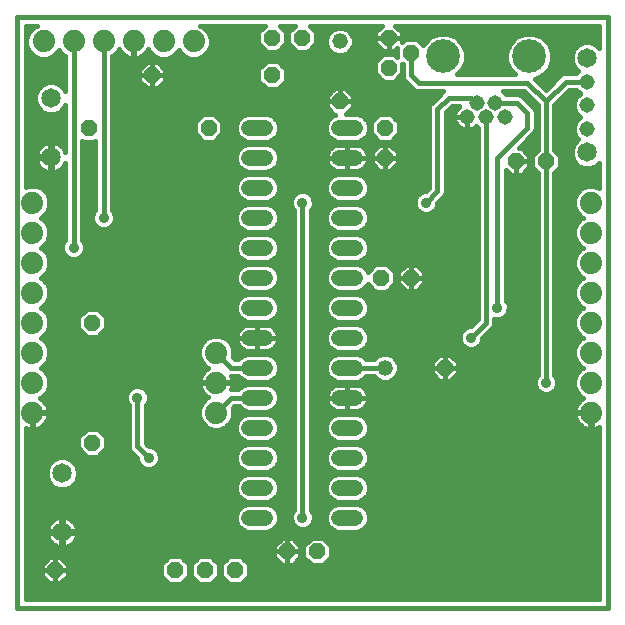
<source format=gbl>
G75*
%MOIN*%
%OFA0B0*%
%FSLAX25Y25*%
%IPPOS*%
%LPD*%
%AMOC8*
5,1,8,0,0,1.08239X$1,22.5*
%
%ADD10C,0.01600*%
%ADD11C,0.05200*%
%ADD12OC8,0.05200*%
%ADD13C,0.07400*%
%ADD14C,0.05200*%
%ADD15C,0.05150*%
%ADD16C,0.11220*%
%ADD17C,0.06496*%
%ADD18C,0.03562*%
D10*
X0021800Y0021800D02*
X0218650Y0021800D01*
X0218650Y0218650D01*
X0021800Y0218650D01*
X0021800Y0021800D01*
X0024600Y0024600D02*
X0024600Y0081748D01*
X0024689Y0081703D01*
X0025512Y0081435D01*
X0026367Y0081300D01*
X0026600Y0081300D01*
X0026600Y0086600D01*
X0027000Y0086600D01*
X0027000Y0087000D01*
X0032300Y0087000D01*
X0032300Y0087233D01*
X0032165Y0088088D01*
X0031897Y0088911D01*
X0031504Y0089683D01*
X0030995Y0090383D01*
X0030383Y0090995D01*
X0029683Y0091504D01*
X0029336Y0091681D01*
X0030029Y0091968D01*
X0031632Y0093571D01*
X0032500Y0095666D01*
X0032500Y0097934D01*
X0031632Y0100029D01*
X0030029Y0101632D01*
X0029624Y0101800D01*
X0030029Y0101968D01*
X0031632Y0103571D01*
X0032500Y0105666D01*
X0032500Y0107934D01*
X0031632Y0110029D01*
X0030029Y0111632D01*
X0029624Y0111800D01*
X0030029Y0111968D01*
X0031632Y0113571D01*
X0032500Y0115666D01*
X0032500Y0117934D01*
X0031632Y0120029D01*
X0030029Y0121632D01*
X0029624Y0121800D01*
X0030029Y0121968D01*
X0031632Y0123571D01*
X0032500Y0125666D01*
X0032500Y0127934D01*
X0031632Y0130029D01*
X0030029Y0131632D01*
X0029624Y0131800D01*
X0030029Y0131968D01*
X0031632Y0133571D01*
X0032500Y0135666D01*
X0032500Y0137934D01*
X0031632Y0140029D01*
X0030029Y0141632D01*
X0029624Y0141800D01*
X0030029Y0141968D01*
X0031632Y0143571D01*
X0032500Y0145666D01*
X0032500Y0147934D01*
X0031632Y0150029D01*
X0030029Y0151632D01*
X0029624Y0151800D01*
X0030029Y0151968D01*
X0031632Y0153571D01*
X0032500Y0155666D01*
X0032500Y0157934D01*
X0031632Y0160029D01*
X0030029Y0161632D01*
X0027934Y0162500D01*
X0025666Y0162500D01*
X0024600Y0162058D01*
X0024600Y0215850D01*
X0028452Y0215850D01*
X0027321Y0215382D01*
X0025718Y0213779D01*
X0024850Y0211684D01*
X0024850Y0209416D01*
X0025718Y0207321D01*
X0027321Y0205718D01*
X0029416Y0204850D01*
X0031684Y0204850D01*
X0033779Y0205718D01*
X0035382Y0207321D01*
X0035550Y0207726D01*
X0035718Y0207321D01*
X0037321Y0205718D01*
X0037750Y0205540D01*
X0037750Y0194009D01*
X0037499Y0194615D01*
X0036023Y0196092D01*
X0034094Y0196891D01*
X0032006Y0196891D01*
X0030077Y0196092D01*
X0028601Y0194615D01*
X0027802Y0192686D01*
X0027802Y0190599D01*
X0028601Y0188670D01*
X0030077Y0187193D01*
X0032006Y0186394D01*
X0034094Y0186394D01*
X0036023Y0187193D01*
X0037499Y0188670D01*
X0037750Y0189276D01*
X0037750Y0173828D01*
X0037728Y0173895D01*
X0037367Y0174603D01*
X0036900Y0175246D01*
X0036339Y0175808D01*
X0035696Y0176275D01*
X0034988Y0176636D01*
X0034232Y0176881D01*
X0033447Y0177005D01*
X0033333Y0177005D01*
X0033333Y0172240D01*
X0032767Y0172240D01*
X0032767Y0171675D01*
X0028002Y0171675D01*
X0028002Y0171560D01*
X0028126Y0170775D01*
X0028372Y0170020D01*
X0028733Y0169312D01*
X0029200Y0168669D01*
X0029761Y0168107D01*
X0030404Y0167640D01*
X0031112Y0167279D01*
X0031868Y0167034D01*
X0032653Y0166909D01*
X0032767Y0166909D01*
X0032767Y0171675D01*
X0033333Y0171675D01*
X0033333Y0166909D01*
X0033447Y0166909D01*
X0034232Y0167034D01*
X0034988Y0167279D01*
X0035696Y0167640D01*
X0036339Y0168107D01*
X0036900Y0168669D01*
X0037367Y0169312D01*
X0037728Y0170020D01*
X0037750Y0170087D01*
X0037750Y0144347D01*
X0037345Y0143942D01*
X0036769Y0142552D01*
X0036769Y0141048D01*
X0037345Y0139658D01*
X0038408Y0138595D01*
X0039798Y0138019D01*
X0041302Y0138019D01*
X0042692Y0138595D01*
X0043755Y0139658D01*
X0044331Y0141048D01*
X0044331Y0142552D01*
X0043755Y0143942D01*
X0043350Y0144347D01*
X0043350Y0177495D01*
X0043645Y0177200D01*
X0047455Y0177200D01*
X0047750Y0177495D01*
X0047750Y0154347D01*
X0047345Y0153942D01*
X0046769Y0152552D01*
X0046769Y0151048D01*
X0047345Y0149658D01*
X0048408Y0148595D01*
X0049798Y0148019D01*
X0051302Y0148019D01*
X0052692Y0148595D01*
X0053755Y0149658D01*
X0054331Y0151048D01*
X0054331Y0152552D01*
X0053755Y0153942D01*
X0053350Y0154347D01*
X0053350Y0205540D01*
X0053779Y0205718D01*
X0055382Y0207321D01*
X0055669Y0208014D01*
X0055846Y0207667D01*
X0056355Y0206967D01*
X0056967Y0206355D01*
X0057667Y0205846D01*
X0058439Y0205453D01*
X0059262Y0205185D01*
X0060117Y0205050D01*
X0060350Y0205050D01*
X0060350Y0210350D01*
X0060750Y0210350D01*
X0060750Y0205050D01*
X0060983Y0205050D01*
X0061838Y0205185D01*
X0062661Y0205453D01*
X0063433Y0205846D01*
X0064133Y0206355D01*
X0064745Y0206967D01*
X0065254Y0207667D01*
X0065431Y0208014D01*
X0065718Y0207321D01*
X0067321Y0205718D01*
X0069416Y0204850D01*
X0071684Y0204850D01*
X0073779Y0205718D01*
X0075382Y0207321D01*
X0075550Y0207726D01*
X0075718Y0207321D01*
X0077321Y0205718D01*
X0079416Y0204850D01*
X0081684Y0204850D01*
X0083779Y0205718D01*
X0085382Y0207321D01*
X0086250Y0209416D01*
X0086250Y0211684D01*
X0085382Y0213779D01*
X0083779Y0215382D01*
X0082648Y0215850D01*
X0104345Y0215850D01*
X0102200Y0213705D01*
X0102200Y0209895D01*
X0104895Y0207200D01*
X0108705Y0207200D01*
X0111400Y0209895D01*
X0111400Y0213705D01*
X0109255Y0215850D01*
X0114345Y0215850D01*
X0112200Y0213705D01*
X0112200Y0209895D01*
X0114895Y0207200D01*
X0118705Y0207200D01*
X0121400Y0209895D01*
X0121400Y0213705D01*
X0119255Y0215850D01*
X0143378Y0215850D01*
X0141150Y0213623D01*
X0141150Y0211800D01*
X0145550Y0211800D01*
X0149950Y0211800D01*
X0149950Y0213623D01*
X0147722Y0215850D01*
X0215850Y0215850D01*
X0215850Y0208419D01*
X0214773Y0209497D01*
X0212844Y0210296D01*
X0210756Y0210296D01*
X0208827Y0209497D01*
X0207351Y0208021D01*
X0206552Y0206092D01*
X0206552Y0204004D01*
X0207351Y0202075D01*
X0208791Y0200635D01*
X0208130Y0199974D01*
X0204117Y0199974D01*
X0203088Y0199548D01*
X0198050Y0194510D01*
X0194419Y0198141D01*
X0196731Y0199098D01*
X0198872Y0201239D01*
X0200030Y0204036D01*
X0200030Y0207064D01*
X0198872Y0209861D01*
X0196731Y0212002D01*
X0193934Y0213160D01*
X0190906Y0213160D01*
X0188109Y0212002D01*
X0185968Y0209861D01*
X0184810Y0207064D01*
X0184810Y0204036D01*
X0185968Y0201239D01*
X0187608Y0199600D01*
X0168492Y0199600D01*
X0170132Y0201239D01*
X0171290Y0204036D01*
X0171290Y0207064D01*
X0170132Y0209861D01*
X0167991Y0212002D01*
X0165194Y0213160D01*
X0162166Y0213160D01*
X0159369Y0212002D01*
X0157228Y0209861D01*
X0157013Y0209342D01*
X0154955Y0211400D01*
X0151145Y0211400D01*
X0149950Y0210205D01*
X0149950Y0211800D01*
X0145550Y0211800D01*
X0145550Y0211800D01*
X0145550Y0207400D01*
X0147373Y0207400D01*
X0148450Y0208477D01*
X0148450Y0205405D01*
X0147455Y0206400D01*
X0143645Y0206400D01*
X0140950Y0203705D01*
X0140950Y0199895D01*
X0143645Y0197200D01*
X0147455Y0197200D01*
X0150150Y0199895D01*
X0150150Y0203195D01*
X0150250Y0203095D01*
X0150250Y0198743D01*
X0150676Y0197714D01*
X0151464Y0196926D01*
X0153964Y0194426D01*
X0154993Y0194000D01*
X0163790Y0194000D01*
X0160214Y0190424D01*
X0159426Y0189636D01*
X0159000Y0188607D01*
X0159000Y0161710D01*
X0157871Y0160581D01*
X0157298Y0160581D01*
X0155908Y0160005D01*
X0154845Y0158942D01*
X0154269Y0157552D01*
X0154269Y0156048D01*
X0154845Y0154658D01*
X0155908Y0153595D01*
X0157298Y0153019D01*
X0158802Y0153019D01*
X0160192Y0153595D01*
X0161255Y0154658D01*
X0161831Y0156048D01*
X0161831Y0156621D01*
X0164174Y0158964D01*
X0164600Y0159993D01*
X0164600Y0186890D01*
X0166710Y0189000D01*
X0169165Y0189000D01*
X0168901Y0188808D01*
X0168414Y0188321D01*
X0168009Y0187764D01*
X0167696Y0187151D01*
X0167484Y0186496D01*
X0167376Y0185816D01*
X0167376Y0185471D01*
X0167376Y0185127D01*
X0167484Y0184447D01*
X0167696Y0183792D01*
X0168009Y0183178D01*
X0168414Y0182621D01*
X0168901Y0182134D01*
X0169458Y0181730D01*
X0170071Y0181417D01*
X0170726Y0181204D01*
X0171406Y0181096D01*
X0171751Y0181096D01*
X0172095Y0181096D01*
X0172775Y0181204D01*
X0173430Y0181417D01*
X0174044Y0181730D01*
X0174601Y0182134D01*
X0174759Y0182293D01*
X0175250Y0181802D01*
X0175250Y0117960D01*
X0172871Y0115581D01*
X0172298Y0115581D01*
X0170908Y0115005D01*
X0169845Y0113942D01*
X0169269Y0112552D01*
X0169269Y0111048D01*
X0169845Y0109658D01*
X0170908Y0108595D01*
X0172298Y0108019D01*
X0173802Y0108019D01*
X0175192Y0108595D01*
X0176255Y0109658D01*
X0176831Y0111048D01*
X0176831Y0111621D01*
X0180424Y0115214D01*
X0180850Y0116243D01*
X0180850Y0118101D01*
X0181048Y0118019D01*
X0182552Y0118019D01*
X0183942Y0118595D01*
X0185005Y0119658D01*
X0185581Y0121048D01*
X0185581Y0122552D01*
X0185005Y0123942D01*
X0184600Y0124347D01*
X0184600Y0167777D01*
X0186227Y0166150D01*
X0188050Y0166150D01*
X0189873Y0166150D01*
X0192450Y0168727D01*
X0192450Y0170550D01*
X0192450Y0172373D01*
X0189873Y0174950D01*
X0188910Y0174950D01*
X0194174Y0180214D01*
X0194600Y0181243D01*
X0194600Y0187357D01*
X0194174Y0188386D01*
X0193386Y0189174D01*
X0190778Y0191782D01*
X0189990Y0192569D01*
X0188961Y0192996D01*
X0184869Y0192996D01*
X0183865Y0194000D01*
X0190640Y0194000D01*
X0195250Y0189390D01*
X0195250Y0174255D01*
X0193450Y0172455D01*
X0193450Y0168645D01*
X0195250Y0166845D01*
X0195250Y0099347D01*
X0194845Y0098942D01*
X0194269Y0097552D01*
X0194269Y0096048D01*
X0194845Y0094658D01*
X0195908Y0093595D01*
X0197298Y0093019D01*
X0198802Y0093019D01*
X0200192Y0093595D01*
X0201255Y0094658D01*
X0201831Y0096048D01*
X0201831Y0097552D01*
X0201255Y0098942D01*
X0200850Y0099347D01*
X0200850Y0166845D01*
X0202650Y0168645D01*
X0202650Y0172455D01*
X0200850Y0174255D01*
X0200850Y0189390D01*
X0205834Y0194374D01*
X0208130Y0194374D01*
X0209209Y0193296D01*
X0209350Y0193237D01*
X0209209Y0193178D01*
X0207922Y0191891D01*
X0207225Y0190210D01*
X0207225Y0188390D01*
X0207922Y0186709D01*
X0209209Y0185422D01*
X0209350Y0185363D01*
X0209209Y0185304D01*
X0207922Y0184017D01*
X0207225Y0182336D01*
X0207225Y0180516D01*
X0207922Y0178835D01*
X0208791Y0177965D01*
X0207351Y0176525D01*
X0206552Y0174596D01*
X0206552Y0172508D01*
X0207351Y0170579D01*
X0208827Y0169103D01*
X0210756Y0168304D01*
X0212844Y0168304D01*
X0214773Y0169103D01*
X0215850Y0170181D01*
X0215850Y0161810D01*
X0214184Y0162500D01*
X0211916Y0162500D01*
X0209821Y0161632D01*
X0208218Y0160029D01*
X0207350Y0157934D01*
X0207350Y0155666D01*
X0208218Y0153571D01*
X0209821Y0151968D01*
X0210226Y0151800D01*
X0209821Y0151632D01*
X0208218Y0150029D01*
X0207350Y0147934D01*
X0207350Y0145666D01*
X0208218Y0143571D01*
X0209821Y0141968D01*
X0210226Y0141800D01*
X0209821Y0141632D01*
X0208218Y0140029D01*
X0207350Y0137934D01*
X0207350Y0135666D01*
X0208218Y0133571D01*
X0209821Y0131968D01*
X0210226Y0131800D01*
X0209821Y0131632D01*
X0208218Y0130029D01*
X0207350Y0127934D01*
X0207350Y0125666D01*
X0208218Y0123571D01*
X0209821Y0121968D01*
X0210226Y0121800D01*
X0209821Y0121632D01*
X0208218Y0120029D01*
X0207350Y0117934D01*
X0207350Y0115666D01*
X0208218Y0113571D01*
X0209821Y0111968D01*
X0210226Y0111800D01*
X0209821Y0111632D01*
X0208218Y0110029D01*
X0207350Y0107934D01*
X0207350Y0105666D01*
X0208218Y0103571D01*
X0209821Y0101968D01*
X0210226Y0101800D01*
X0209821Y0101632D01*
X0208218Y0100029D01*
X0207350Y0097934D01*
X0207350Y0095666D01*
X0208218Y0093571D01*
X0209821Y0091968D01*
X0210514Y0091681D01*
X0210167Y0091504D01*
X0209467Y0090995D01*
X0208855Y0090383D01*
X0208346Y0089683D01*
X0207953Y0088911D01*
X0207685Y0088088D01*
X0207550Y0087233D01*
X0207550Y0087000D01*
X0212850Y0087000D01*
X0212850Y0086600D01*
X0213250Y0086600D01*
X0213250Y0081300D01*
X0213483Y0081300D01*
X0214338Y0081435D01*
X0215161Y0081703D01*
X0215850Y0082054D01*
X0215850Y0024600D01*
X0024600Y0024600D01*
X0024600Y0024997D02*
X0215850Y0024997D01*
X0215850Y0026596D02*
X0024600Y0026596D01*
X0024600Y0028194D02*
X0215850Y0028194D01*
X0215850Y0029793D02*
X0096298Y0029793D01*
X0096205Y0029700D02*
X0098900Y0032395D01*
X0098900Y0036205D01*
X0096205Y0038900D01*
X0092395Y0038900D01*
X0089700Y0036205D01*
X0089700Y0032395D01*
X0092395Y0029700D01*
X0096205Y0029700D01*
X0097896Y0031391D02*
X0215850Y0031391D01*
X0215850Y0032990D02*
X0098900Y0032990D01*
X0098900Y0034588D02*
X0215850Y0034588D01*
X0215850Y0036187D02*
X0123942Y0036187D01*
X0123705Y0035950D02*
X0126400Y0038645D01*
X0126400Y0042455D01*
X0123705Y0045150D01*
X0119895Y0045150D01*
X0117200Y0042455D01*
X0117200Y0038645D01*
X0119895Y0035950D01*
X0123705Y0035950D01*
X0125540Y0037785D02*
X0215850Y0037785D01*
X0215850Y0039384D02*
X0126400Y0039384D01*
X0126400Y0040982D02*
X0215850Y0040982D01*
X0215850Y0042581D02*
X0126275Y0042581D01*
X0124676Y0044179D02*
X0215850Y0044179D01*
X0215850Y0045778D02*
X0041724Y0045778D01*
X0041724Y0045775D02*
X0041848Y0046560D01*
X0041848Y0046675D01*
X0037083Y0046675D01*
X0037083Y0047240D01*
X0041848Y0047240D01*
X0041848Y0047355D01*
X0041724Y0048140D01*
X0041478Y0048895D01*
X0041117Y0049603D01*
X0040650Y0050246D01*
X0040089Y0050808D01*
X0039446Y0051275D01*
X0038738Y0051636D01*
X0037982Y0051881D01*
X0037197Y0052005D01*
X0037083Y0052005D01*
X0037083Y0047240D01*
X0036517Y0047240D01*
X0036517Y0046675D01*
X0031752Y0046675D01*
X0031752Y0046560D01*
X0031876Y0045775D01*
X0032122Y0045020D01*
X0032483Y0044312D01*
X0032950Y0043669D01*
X0033511Y0043107D01*
X0034154Y0042640D01*
X0034862Y0042279D01*
X0035618Y0042034D01*
X0036403Y0041909D01*
X0036517Y0041909D01*
X0036517Y0046675D01*
X0037083Y0046675D01*
X0037083Y0041909D01*
X0037197Y0041909D01*
X0037982Y0042034D01*
X0038738Y0042279D01*
X0039446Y0042640D01*
X0040089Y0043107D01*
X0040650Y0043669D01*
X0041117Y0044312D01*
X0041478Y0045020D01*
X0041724Y0045775D01*
X0041845Y0047376D02*
X0097860Y0047376D01*
X0098285Y0047200D02*
X0105315Y0047200D01*
X0107006Y0047900D01*
X0108300Y0049194D01*
X0109000Y0050885D01*
X0109000Y0052715D01*
X0108300Y0054406D01*
X0107006Y0055700D01*
X0105315Y0056400D01*
X0098285Y0056400D01*
X0096594Y0055700D01*
X0095300Y0054406D01*
X0094600Y0052715D01*
X0094600Y0050885D01*
X0095300Y0049194D01*
X0096594Y0047900D01*
X0098285Y0047200D01*
X0095520Y0048975D02*
X0041438Y0048975D01*
X0040323Y0050573D02*
X0094729Y0050573D01*
X0094600Y0052172D02*
X0024600Y0052172D01*
X0024600Y0053770D02*
X0095037Y0053770D01*
X0096263Y0055369D02*
X0024600Y0055369D01*
X0024600Y0056967D02*
X0114000Y0056967D01*
X0114000Y0055369D02*
X0107337Y0055369D01*
X0108563Y0053770D02*
X0113523Y0053770D01*
X0113595Y0053942D02*
X0113019Y0052552D01*
X0113019Y0051048D01*
X0113595Y0049658D01*
X0114658Y0048595D01*
X0116048Y0048019D01*
X0117552Y0048019D01*
X0118942Y0048595D01*
X0120005Y0049658D01*
X0120581Y0051048D01*
X0120581Y0052552D01*
X0120005Y0053942D01*
X0119600Y0054347D01*
X0119600Y0154253D01*
X0120005Y0154658D01*
X0120581Y0156048D01*
X0120581Y0157552D01*
X0120005Y0158942D01*
X0118942Y0160005D01*
X0117552Y0160581D01*
X0116048Y0160581D01*
X0114658Y0160005D01*
X0113595Y0158942D01*
X0113019Y0157552D01*
X0113019Y0156048D01*
X0113595Y0154658D01*
X0114000Y0154253D01*
X0114000Y0054347D01*
X0113595Y0053942D01*
X0113019Y0052172D02*
X0109000Y0052172D01*
X0108871Y0050573D02*
X0113216Y0050573D01*
X0114278Y0048975D02*
X0108080Y0048975D01*
X0105740Y0047376D02*
X0127860Y0047376D01*
X0128285Y0047200D02*
X0135315Y0047200D01*
X0137006Y0047900D01*
X0138300Y0049194D01*
X0139000Y0050885D01*
X0139000Y0052715D01*
X0138300Y0054406D01*
X0137006Y0055700D01*
X0135315Y0056400D01*
X0128285Y0056400D01*
X0126594Y0055700D01*
X0125300Y0054406D01*
X0124600Y0052715D01*
X0124600Y0050885D01*
X0125300Y0049194D01*
X0126594Y0047900D01*
X0128285Y0047200D01*
X0125520Y0048975D02*
X0119322Y0048975D01*
X0120384Y0050573D02*
X0124729Y0050573D01*
X0124600Y0052172D02*
X0120581Y0052172D01*
X0120077Y0053770D02*
X0125037Y0053770D01*
X0126263Y0055369D02*
X0119600Y0055369D01*
X0119600Y0056967D02*
X0215850Y0056967D01*
X0215850Y0055369D02*
X0137337Y0055369D01*
X0138563Y0053770D02*
X0215850Y0053770D01*
X0215850Y0052172D02*
X0139000Y0052172D01*
X0138871Y0050573D02*
X0215850Y0050573D01*
X0215850Y0048975D02*
X0138080Y0048975D01*
X0135740Y0047376D02*
X0215850Y0047376D01*
X0215850Y0058566D02*
X0137671Y0058566D01*
X0138300Y0059194D02*
X0139000Y0060885D01*
X0139000Y0062715D01*
X0138300Y0064406D01*
X0137006Y0065700D01*
X0135315Y0066400D01*
X0128285Y0066400D01*
X0126594Y0065700D01*
X0125300Y0064406D01*
X0124600Y0062715D01*
X0124600Y0060885D01*
X0125300Y0059194D01*
X0126594Y0057900D01*
X0128285Y0057200D01*
X0135315Y0057200D01*
X0137006Y0057900D01*
X0138300Y0059194D01*
X0138701Y0060164D02*
X0215850Y0060164D01*
X0215850Y0061763D02*
X0139000Y0061763D01*
X0138732Y0063361D02*
X0215850Y0063361D01*
X0215850Y0064960D02*
X0137746Y0064960D01*
X0137006Y0067900D02*
X0135315Y0067200D01*
X0128285Y0067200D01*
X0126594Y0067900D01*
X0125300Y0069194D01*
X0124600Y0070885D01*
X0124600Y0072715D01*
X0125300Y0074406D01*
X0126594Y0075700D01*
X0128285Y0076400D01*
X0135315Y0076400D01*
X0137006Y0075700D01*
X0138300Y0074406D01*
X0139000Y0072715D01*
X0139000Y0070885D01*
X0138300Y0069194D01*
X0137006Y0067900D01*
X0137262Y0068157D02*
X0215850Y0068157D01*
X0215850Y0069755D02*
X0138532Y0069755D01*
X0139000Y0071354D02*
X0215850Y0071354D01*
X0215850Y0072952D02*
X0138902Y0072952D01*
X0138154Y0074551D02*
X0215850Y0074551D01*
X0215850Y0076149D02*
X0135920Y0076149D01*
X0135315Y0077200D02*
X0137006Y0077900D01*
X0138300Y0079194D01*
X0139000Y0080885D01*
X0139000Y0082715D01*
X0138300Y0084406D01*
X0137006Y0085700D01*
X0135315Y0086400D01*
X0128285Y0086400D01*
X0126594Y0085700D01*
X0125300Y0084406D01*
X0124600Y0082715D01*
X0124600Y0080885D01*
X0125300Y0079194D01*
X0126594Y0077900D01*
X0128285Y0077200D01*
X0135315Y0077200D01*
X0136638Y0077748D02*
X0215850Y0077748D01*
X0215850Y0079346D02*
X0138363Y0079346D01*
X0139000Y0080945D02*
X0215850Y0080945D01*
X0213250Y0082543D02*
X0212850Y0082543D01*
X0212850Y0081300D02*
X0212850Y0086600D01*
X0207550Y0086600D01*
X0207550Y0086367D01*
X0207685Y0085512D01*
X0207953Y0084689D01*
X0208346Y0083917D01*
X0208855Y0083217D01*
X0209467Y0082605D01*
X0210167Y0082096D01*
X0210939Y0081703D01*
X0211762Y0081435D01*
X0212617Y0081300D01*
X0212850Y0081300D01*
X0212850Y0084142D02*
X0213250Y0084142D01*
X0213250Y0085740D02*
X0212850Y0085740D01*
X0209552Y0082543D02*
X0139000Y0082543D01*
X0138409Y0084142D02*
X0208232Y0084142D01*
X0207649Y0085740D02*
X0136907Y0085740D01*
X0136089Y0087722D02*
X0136706Y0088037D01*
X0137266Y0088444D01*
X0137756Y0088934D01*
X0138163Y0089494D01*
X0138478Y0090111D01*
X0138692Y0090770D01*
X0138800Y0091454D01*
X0138800Y0091800D01*
X0138800Y0092146D01*
X0138692Y0092830D01*
X0138478Y0093489D01*
X0138163Y0094106D01*
X0137756Y0094666D01*
X0137266Y0095156D01*
X0136706Y0095563D01*
X0136089Y0095878D01*
X0135430Y0096092D01*
X0134746Y0096200D01*
X0131800Y0096200D01*
X0131800Y0091800D01*
X0131800Y0091800D01*
X0138800Y0091800D01*
X0131800Y0091800D01*
X0131800Y0091800D01*
X0131800Y0087400D01*
X0134746Y0087400D01*
X0135430Y0087508D01*
X0136089Y0087722D01*
X0137759Y0088937D02*
X0207966Y0088937D01*
X0207567Y0087339D02*
X0119600Y0087339D01*
X0119600Y0088937D02*
X0125841Y0088937D01*
X0125844Y0088934D02*
X0126334Y0088444D01*
X0126894Y0088037D01*
X0127511Y0087722D01*
X0128170Y0087508D01*
X0128854Y0087400D01*
X0131800Y0087400D01*
X0131800Y0091800D01*
X0131800Y0091800D01*
X0131800Y0091800D01*
X0124800Y0091800D01*
X0124800Y0092146D01*
X0124908Y0092830D01*
X0125122Y0093489D01*
X0125437Y0094106D01*
X0125844Y0094666D01*
X0126334Y0095156D01*
X0126894Y0095563D01*
X0127511Y0095878D01*
X0128170Y0096092D01*
X0128854Y0096200D01*
X0131800Y0096200D01*
X0131800Y0091800D01*
X0124800Y0091800D01*
X0124800Y0091454D01*
X0124908Y0090770D01*
X0125122Y0090111D01*
X0125437Y0089494D01*
X0125844Y0088934D01*
X0124984Y0090536D02*
X0119600Y0090536D01*
X0119600Y0092134D02*
X0124800Y0092134D01*
X0125247Y0093733D02*
X0119600Y0093733D01*
X0119600Y0095332D02*
X0126575Y0095332D01*
X0128285Y0097200D02*
X0126594Y0097900D01*
X0125300Y0099194D01*
X0124600Y0100885D01*
X0124600Y0102715D01*
X0125300Y0104406D01*
X0126594Y0105700D01*
X0128285Y0106400D01*
X0135315Y0106400D01*
X0137006Y0105700D01*
X0138105Y0104600D01*
X0140595Y0104600D01*
X0141694Y0105700D01*
X0143385Y0106400D01*
X0145215Y0106400D01*
X0146906Y0105700D01*
X0148200Y0104406D01*
X0148900Y0102715D01*
X0148900Y0100885D01*
X0148200Y0099194D01*
X0146906Y0097900D01*
X0145215Y0097200D01*
X0143385Y0097200D01*
X0141694Y0097900D01*
X0140595Y0099000D01*
X0138105Y0099000D01*
X0137006Y0097900D01*
X0135315Y0097200D01*
X0128285Y0097200D01*
X0125966Y0098529D02*
X0119600Y0098529D01*
X0119600Y0100127D02*
X0124914Y0100127D01*
X0124600Y0101726D02*
X0119600Y0101726D01*
X0119600Y0103324D02*
X0124852Y0103324D01*
X0125817Y0104923D02*
X0119600Y0104923D01*
X0119600Y0106521D02*
X0195250Y0106521D01*
X0195250Y0104923D02*
X0167400Y0104923D01*
X0166123Y0106200D02*
X0168700Y0103623D01*
X0168700Y0101800D01*
X0164300Y0101800D01*
X0164300Y0101800D01*
X0164300Y0101800D01*
X0164300Y0106200D01*
X0166123Y0106200D01*
X0164300Y0106200D02*
X0164300Y0101800D01*
X0168700Y0101800D01*
X0168700Y0099977D01*
X0166123Y0097400D01*
X0164300Y0097400D01*
X0164300Y0101800D01*
X0164300Y0101800D01*
X0164300Y0101800D01*
X0159900Y0101800D01*
X0159900Y0103623D01*
X0162477Y0106200D01*
X0164300Y0106200D01*
X0164300Y0104923D02*
X0164300Y0104923D01*
X0164300Y0103324D02*
X0164300Y0103324D01*
X0164300Y0101800D02*
X0159900Y0101800D01*
X0159900Y0099977D01*
X0162477Y0097400D01*
X0164300Y0097400D01*
X0164300Y0101800D01*
X0164300Y0101726D02*
X0164300Y0101726D01*
X0164300Y0100127D02*
X0164300Y0100127D01*
X0164300Y0098529D02*
X0164300Y0098529D01*
X0167251Y0098529D02*
X0194673Y0098529D01*
X0194269Y0096930D02*
X0119600Y0096930D01*
X0114000Y0096930D02*
X0088250Y0096930D01*
X0088250Y0097000D02*
X0093550Y0097000D01*
X0093550Y0097233D01*
X0093415Y0098088D01*
X0093147Y0098911D01*
X0093102Y0099000D01*
X0095495Y0099000D01*
X0096594Y0097900D01*
X0098285Y0097200D01*
X0105315Y0097200D01*
X0107006Y0097900D01*
X0108300Y0099194D01*
X0109000Y0100885D01*
X0109000Y0102715D01*
X0108300Y0104406D01*
X0107006Y0105700D01*
X0105315Y0106400D01*
X0098285Y0106400D01*
X0096594Y0105700D01*
X0095495Y0104600D01*
X0094210Y0104600D01*
X0093572Y0105237D01*
X0093750Y0105666D01*
X0093750Y0107934D01*
X0092882Y0110029D01*
X0091279Y0111632D01*
X0089184Y0112500D01*
X0086916Y0112500D01*
X0084821Y0111632D01*
X0083218Y0110029D01*
X0082350Y0107934D01*
X0082350Y0105666D01*
X0083218Y0103571D01*
X0084821Y0101968D01*
X0085514Y0101681D01*
X0085167Y0101504D01*
X0084467Y0100995D01*
X0083855Y0100383D01*
X0083346Y0099683D01*
X0082953Y0098911D01*
X0082685Y0098088D01*
X0082550Y0097233D01*
X0082550Y0097000D01*
X0087850Y0097000D01*
X0087850Y0096600D01*
X0082550Y0096600D01*
X0082550Y0096367D01*
X0082685Y0095512D01*
X0082953Y0094689D01*
X0083346Y0093917D01*
X0083855Y0093217D01*
X0084467Y0092605D01*
X0085167Y0092096D01*
X0085514Y0091919D01*
X0084821Y0091632D01*
X0083218Y0090029D01*
X0082350Y0087934D01*
X0082350Y0085666D01*
X0083218Y0083571D01*
X0084821Y0081968D01*
X0086916Y0081100D01*
X0089184Y0081100D01*
X0091279Y0081968D01*
X0092882Y0083571D01*
X0093750Y0085666D01*
X0093750Y0087934D01*
X0093572Y0088363D01*
X0094210Y0089000D01*
X0095495Y0089000D01*
X0096594Y0087900D01*
X0098285Y0087200D01*
X0105315Y0087200D01*
X0107006Y0087900D01*
X0108300Y0089194D01*
X0109000Y0090885D01*
X0109000Y0092715D01*
X0108300Y0094406D01*
X0107006Y0095700D01*
X0105315Y0096400D01*
X0098285Y0096400D01*
X0096594Y0095700D01*
X0095495Y0094600D01*
X0093102Y0094600D01*
X0093147Y0094689D01*
X0093415Y0095512D01*
X0093550Y0096367D01*
X0093550Y0096600D01*
X0088250Y0096600D01*
X0088250Y0097000D01*
X0087850Y0096930D02*
X0032500Y0096930D01*
X0032361Y0095332D02*
X0060445Y0095332D01*
X0061048Y0095581D02*
X0059658Y0095005D01*
X0058595Y0093942D01*
X0058019Y0092552D01*
X0058019Y0091048D01*
X0058595Y0089658D01*
X0059000Y0089253D01*
X0059000Y0074993D01*
X0059426Y0073964D01*
X0061769Y0071621D01*
X0061769Y0071048D01*
X0062345Y0069658D01*
X0063408Y0068595D01*
X0064798Y0068019D01*
X0066302Y0068019D01*
X0067692Y0068595D01*
X0068755Y0069658D01*
X0069331Y0071048D01*
X0069331Y0072552D01*
X0068755Y0073942D01*
X0067692Y0075005D01*
X0066302Y0075581D01*
X0065729Y0075581D01*
X0064600Y0076710D01*
X0064600Y0089253D01*
X0065005Y0089658D01*
X0065581Y0091048D01*
X0065581Y0092552D01*
X0065005Y0093942D01*
X0063942Y0095005D01*
X0062552Y0095581D01*
X0061048Y0095581D01*
X0063155Y0095332D02*
X0082744Y0095332D01*
X0083480Y0093733D02*
X0065092Y0093733D01*
X0065581Y0092134D02*
X0085114Y0092134D01*
X0083725Y0090536D02*
X0065369Y0090536D01*
X0064600Y0088937D02*
X0082766Y0088937D01*
X0082350Y0087339D02*
X0064600Y0087339D01*
X0064600Y0085740D02*
X0082350Y0085740D01*
X0082981Y0084142D02*
X0064600Y0084142D01*
X0064600Y0082543D02*
X0084246Y0082543D01*
X0088050Y0086800D02*
X0093050Y0091800D01*
X0101800Y0091800D01*
X0105650Y0087339D02*
X0114000Y0087339D01*
X0114000Y0088937D02*
X0108043Y0088937D01*
X0108855Y0090536D02*
X0114000Y0090536D01*
X0114000Y0092134D02*
X0109000Y0092134D01*
X0108578Y0093733D02*
X0114000Y0093733D01*
X0114000Y0095332D02*
X0107374Y0095332D01*
X0107634Y0098529D02*
X0114000Y0098529D01*
X0114000Y0100127D02*
X0108686Y0100127D01*
X0109000Y0101726D02*
X0114000Y0101726D01*
X0114000Y0103324D02*
X0108748Y0103324D01*
X0107783Y0104923D02*
X0114000Y0104923D01*
X0114000Y0106521D02*
X0093750Y0106521D01*
X0093673Y0108120D02*
X0096780Y0108120D01*
X0096894Y0108037D02*
X0097511Y0107722D01*
X0098170Y0107508D01*
X0098854Y0107400D01*
X0101800Y0107400D01*
X0104746Y0107400D01*
X0105430Y0107508D01*
X0106089Y0107722D01*
X0106706Y0108037D01*
X0107266Y0108444D01*
X0107756Y0108934D01*
X0108163Y0109494D01*
X0108478Y0110111D01*
X0108692Y0110770D01*
X0108800Y0111454D01*
X0108800Y0111800D01*
X0108800Y0112146D01*
X0108692Y0112830D01*
X0108478Y0113489D01*
X0108163Y0114106D01*
X0107756Y0114666D01*
X0107266Y0115156D01*
X0106706Y0115563D01*
X0106089Y0115878D01*
X0105430Y0116092D01*
X0104746Y0116200D01*
X0101800Y0116200D01*
X0101800Y0111800D01*
X0101800Y0111800D01*
X0108800Y0111800D01*
X0101800Y0111800D01*
X0101800Y0111800D01*
X0101800Y0107400D01*
X0101800Y0111800D01*
X0101800Y0111800D01*
X0101800Y0111800D01*
X0094800Y0111800D01*
X0094800Y0112146D01*
X0094908Y0112830D01*
X0095122Y0113489D01*
X0095437Y0114106D01*
X0095844Y0114666D01*
X0096334Y0115156D01*
X0096894Y0115563D01*
X0097511Y0115878D01*
X0098170Y0116092D01*
X0098854Y0116200D01*
X0101800Y0116200D01*
X0101800Y0111800D01*
X0094800Y0111800D01*
X0094800Y0111454D01*
X0094908Y0110770D01*
X0095122Y0110111D01*
X0095437Y0109494D01*
X0095844Y0108934D01*
X0096334Y0108444D01*
X0096894Y0108037D01*
X0095323Y0109718D02*
X0093011Y0109718D01*
X0091594Y0111317D02*
X0094822Y0111317D01*
X0094936Y0112915D02*
X0049421Y0112915D01*
X0048705Y0112200D02*
X0051400Y0114895D01*
X0051400Y0118705D01*
X0048705Y0121400D01*
X0044895Y0121400D01*
X0042200Y0118705D01*
X0042200Y0114895D01*
X0044895Y0112200D01*
X0048705Y0112200D01*
X0051019Y0114514D02*
X0095733Y0114514D01*
X0098299Y0116112D02*
X0051400Y0116112D01*
X0051400Y0117711D02*
X0097052Y0117711D01*
X0096594Y0117900D02*
X0098285Y0117200D01*
X0105315Y0117200D01*
X0107006Y0117900D01*
X0108300Y0119194D01*
X0109000Y0120885D01*
X0109000Y0122715D01*
X0108300Y0124406D01*
X0107006Y0125700D01*
X0105315Y0126400D01*
X0098285Y0126400D01*
X0096594Y0125700D01*
X0095300Y0124406D01*
X0094600Y0122715D01*
X0094600Y0120885D01*
X0095300Y0119194D01*
X0096594Y0117900D01*
X0095253Y0119309D02*
X0050796Y0119309D01*
X0049198Y0120908D02*
X0094600Y0120908D01*
X0094600Y0122506D02*
X0030567Y0122506D01*
X0030753Y0120908D02*
X0044402Y0120908D01*
X0042804Y0119309D02*
X0031930Y0119309D01*
X0032500Y0117711D02*
X0042200Y0117711D01*
X0042200Y0116112D02*
X0032500Y0116112D01*
X0032023Y0114514D02*
X0042581Y0114514D01*
X0044179Y0112915D02*
X0030976Y0112915D01*
X0030344Y0111317D02*
X0084506Y0111317D01*
X0083089Y0109718D02*
X0031761Y0109718D01*
X0032423Y0108120D02*
X0082427Y0108120D01*
X0082350Y0106521D02*
X0032500Y0106521D01*
X0032192Y0104923D02*
X0082658Y0104923D01*
X0083465Y0103324D02*
X0031385Y0103324D01*
X0029803Y0101726D02*
X0085406Y0101726D01*
X0083669Y0100127D02*
X0031534Y0100127D01*
X0032254Y0098529D02*
X0082829Y0098529D01*
X0088050Y0106800D02*
X0093050Y0101800D01*
X0101800Y0101800D01*
X0101800Y0108120D02*
X0101800Y0108120D01*
X0101800Y0109718D02*
X0101800Y0109718D01*
X0101800Y0111317D02*
X0101800Y0111317D01*
X0101800Y0112915D02*
X0101800Y0112915D01*
X0101800Y0114514D02*
X0101800Y0114514D01*
X0101800Y0116112D02*
X0101800Y0116112D01*
X0105301Y0116112D02*
X0114000Y0116112D01*
X0114000Y0114514D02*
X0107867Y0114514D01*
X0108664Y0112915D02*
X0114000Y0112915D01*
X0114000Y0111317D02*
X0108778Y0111317D01*
X0108277Y0109718D02*
X0114000Y0109718D01*
X0114000Y0108120D02*
X0106820Y0108120D01*
X0106548Y0117711D02*
X0114000Y0117711D01*
X0114000Y0119309D02*
X0108347Y0119309D01*
X0109000Y0120908D02*
X0114000Y0120908D01*
X0114000Y0122506D02*
X0109000Y0122506D01*
X0108424Y0124105D02*
X0114000Y0124105D01*
X0114000Y0125703D02*
X0106997Y0125703D01*
X0105561Y0127302D02*
X0114000Y0127302D01*
X0114000Y0128900D02*
X0108006Y0128900D01*
X0108300Y0129194D02*
X0109000Y0130885D01*
X0109000Y0132715D01*
X0108300Y0134406D01*
X0107006Y0135700D01*
X0105315Y0136400D01*
X0098285Y0136400D01*
X0096594Y0135700D01*
X0095300Y0134406D01*
X0094600Y0132715D01*
X0094600Y0130885D01*
X0095300Y0129194D01*
X0096594Y0127900D01*
X0098285Y0127200D01*
X0105315Y0127200D01*
X0107006Y0127900D01*
X0108300Y0129194D01*
X0108840Y0130499D02*
X0114000Y0130499D01*
X0114000Y0132097D02*
X0109000Y0132097D01*
X0108594Y0133696D02*
X0114000Y0133696D01*
X0114000Y0135294D02*
X0107411Y0135294D01*
X0107006Y0137900D02*
X0105315Y0137200D01*
X0098285Y0137200D01*
X0096594Y0137900D01*
X0095300Y0139194D01*
X0094600Y0140885D01*
X0094600Y0142715D01*
X0095300Y0144406D01*
X0096594Y0145700D01*
X0098285Y0146400D01*
X0105315Y0146400D01*
X0107006Y0145700D01*
X0108300Y0144406D01*
X0109000Y0142715D01*
X0109000Y0140885D01*
X0108300Y0139194D01*
X0107006Y0137900D01*
X0107597Y0138491D02*
X0114000Y0138491D01*
X0114000Y0136893D02*
X0032500Y0136893D01*
X0032346Y0135294D02*
X0096189Y0135294D01*
X0095006Y0133696D02*
X0031684Y0133696D01*
X0030158Y0132097D02*
X0094600Y0132097D01*
X0094760Y0130499D02*
X0031162Y0130499D01*
X0032100Y0128900D02*
X0095594Y0128900D01*
X0098039Y0127302D02*
X0032500Y0127302D01*
X0032500Y0125703D02*
X0096603Y0125703D01*
X0095176Y0124105D02*
X0031853Y0124105D01*
X0032269Y0138491D02*
X0038657Y0138491D01*
X0037166Y0140090D02*
X0031571Y0140090D01*
X0029893Y0141688D02*
X0036769Y0141688D01*
X0037073Y0143287D02*
X0031348Y0143287D01*
X0032177Y0144885D02*
X0037750Y0144885D01*
X0037750Y0146484D02*
X0032500Y0146484D01*
X0032438Y0148082D02*
X0037750Y0148082D01*
X0037750Y0149681D02*
X0031776Y0149681D01*
X0030382Y0151279D02*
X0037750Y0151279D01*
X0037750Y0152878D02*
X0030939Y0152878D01*
X0032007Y0154476D02*
X0037750Y0154476D01*
X0037750Y0156075D02*
X0032500Y0156075D01*
X0032500Y0157673D02*
X0037750Y0157673D01*
X0037750Y0159272D02*
X0031946Y0159272D01*
X0030791Y0160870D02*
X0037750Y0160870D01*
X0037750Y0162469D02*
X0028009Y0162469D01*
X0025591Y0162469D02*
X0024600Y0162469D01*
X0024600Y0164068D02*
X0037750Y0164068D01*
X0037750Y0165666D02*
X0024600Y0165666D01*
X0024600Y0167265D02*
X0031158Y0167265D01*
X0032767Y0167265D02*
X0033333Y0167265D01*
X0033333Y0168863D02*
X0032767Y0168863D01*
X0032767Y0170462D02*
X0033333Y0170462D01*
X0032767Y0172060D02*
X0024600Y0172060D01*
X0024600Y0170462D02*
X0028228Y0170462D01*
X0028002Y0172240D02*
X0032767Y0172240D01*
X0032767Y0177005D01*
X0032653Y0177005D01*
X0031868Y0176881D01*
X0031112Y0176636D01*
X0030404Y0176275D01*
X0029761Y0175808D01*
X0029200Y0175246D01*
X0028733Y0174603D01*
X0028372Y0173895D01*
X0028126Y0173140D01*
X0028002Y0172355D01*
X0028002Y0172240D01*
X0028295Y0173659D02*
X0024600Y0173659D01*
X0024600Y0175257D02*
X0029211Y0175257D01*
X0031789Y0176856D02*
X0024600Y0176856D01*
X0024600Y0178454D02*
X0037750Y0178454D01*
X0037750Y0176856D02*
X0034311Y0176856D01*
X0033333Y0176856D02*
X0032767Y0176856D01*
X0032767Y0175257D02*
X0033333Y0175257D01*
X0033333Y0173659D02*
X0032767Y0173659D01*
X0036889Y0175257D02*
X0037750Y0175257D01*
X0037750Y0180053D02*
X0024600Y0180053D01*
X0024600Y0181651D02*
X0037750Y0181651D01*
X0037750Y0183250D02*
X0024600Y0183250D01*
X0024600Y0184848D02*
X0037750Y0184848D01*
X0037750Y0186447D02*
X0034220Y0186447D01*
X0031880Y0186447D02*
X0024600Y0186447D01*
X0024600Y0188045D02*
X0029226Y0188045D01*
X0028198Y0189644D02*
X0024600Y0189644D01*
X0024600Y0191242D02*
X0027802Y0191242D01*
X0027866Y0192841D02*
X0024600Y0192841D01*
X0024600Y0194439D02*
X0028528Y0194439D01*
X0030023Y0196038D02*
X0024600Y0196038D01*
X0024600Y0197636D02*
X0037750Y0197636D01*
X0037750Y0196038D02*
X0036077Y0196038D01*
X0037572Y0194439D02*
X0037750Y0194439D01*
X0037750Y0199235D02*
X0024600Y0199235D01*
X0024600Y0200833D02*
X0037750Y0200833D01*
X0037750Y0202432D02*
X0024600Y0202432D01*
X0024600Y0204030D02*
X0037750Y0204030D01*
X0037536Y0205629D02*
X0033564Y0205629D01*
X0035288Y0207227D02*
X0035812Y0207227D01*
X0040550Y0210550D02*
X0040550Y0141800D01*
X0042443Y0138491D02*
X0096003Y0138491D01*
X0094929Y0140090D02*
X0043934Y0140090D01*
X0044331Y0141688D02*
X0094600Y0141688D01*
X0094837Y0143287D02*
X0044027Y0143287D01*
X0043350Y0144885D02*
X0095780Y0144885D01*
X0096594Y0147900D02*
X0095300Y0149194D01*
X0094600Y0150885D01*
X0094600Y0152715D01*
X0095300Y0154406D01*
X0096594Y0155700D01*
X0098285Y0156400D01*
X0105315Y0156400D01*
X0107006Y0155700D01*
X0108300Y0154406D01*
X0109000Y0152715D01*
X0109000Y0150885D01*
X0108300Y0149194D01*
X0107006Y0147900D01*
X0105315Y0147200D01*
X0098285Y0147200D01*
X0096594Y0147900D01*
X0096412Y0148082D02*
X0051455Y0148082D01*
X0049645Y0148082D02*
X0043350Y0148082D01*
X0043350Y0146484D02*
X0114000Y0146484D01*
X0114000Y0148082D02*
X0107188Y0148082D01*
X0108501Y0149681D02*
X0114000Y0149681D01*
X0114000Y0151279D02*
X0109000Y0151279D01*
X0108933Y0152878D02*
X0114000Y0152878D01*
X0113776Y0154476D02*
X0108229Y0154476D01*
X0106100Y0156075D02*
X0113019Y0156075D01*
X0113069Y0157673D02*
X0106458Y0157673D01*
X0107006Y0157900D02*
X0105315Y0157200D01*
X0098285Y0157200D01*
X0096594Y0157900D01*
X0095300Y0159194D01*
X0094600Y0160885D01*
X0094600Y0162715D01*
X0095300Y0164406D01*
X0096594Y0165700D01*
X0098285Y0166400D01*
X0105315Y0166400D01*
X0107006Y0165700D01*
X0108300Y0164406D01*
X0109000Y0162715D01*
X0109000Y0160885D01*
X0108300Y0159194D01*
X0107006Y0157900D01*
X0108332Y0159272D02*
X0113925Y0159272D01*
X0116800Y0156800D02*
X0116800Y0051800D01*
X0114000Y0058566D02*
X0107671Y0058566D01*
X0108300Y0059194D02*
X0109000Y0060885D01*
X0109000Y0062715D01*
X0108300Y0064406D01*
X0107006Y0065700D01*
X0105315Y0066400D01*
X0098285Y0066400D01*
X0096594Y0065700D01*
X0095300Y0064406D01*
X0094600Y0062715D01*
X0094600Y0060885D01*
X0095300Y0059194D01*
X0096594Y0057900D01*
X0098285Y0057200D01*
X0105315Y0057200D01*
X0107006Y0057900D01*
X0108300Y0059194D01*
X0108701Y0060164D02*
X0114000Y0060164D01*
X0114000Y0061763D02*
X0109000Y0061763D01*
X0108732Y0063361D02*
X0114000Y0063361D01*
X0114000Y0064960D02*
X0107746Y0064960D01*
X0107006Y0067900D02*
X0105315Y0067200D01*
X0098285Y0067200D01*
X0096594Y0067900D01*
X0095300Y0069194D01*
X0094600Y0070885D01*
X0094600Y0072715D01*
X0095300Y0074406D01*
X0096594Y0075700D01*
X0098285Y0076400D01*
X0105315Y0076400D01*
X0107006Y0075700D01*
X0108300Y0074406D01*
X0109000Y0072715D01*
X0109000Y0070885D01*
X0108300Y0069194D01*
X0107006Y0067900D01*
X0107262Y0068157D02*
X0114000Y0068157D01*
X0114000Y0069755D02*
X0108532Y0069755D01*
X0109000Y0071354D02*
X0114000Y0071354D01*
X0114000Y0072952D02*
X0108902Y0072952D01*
X0108154Y0074551D02*
X0114000Y0074551D01*
X0114000Y0076149D02*
X0105920Y0076149D01*
X0105315Y0077200D02*
X0107006Y0077900D01*
X0108300Y0079194D01*
X0109000Y0080885D01*
X0109000Y0082715D01*
X0108300Y0084406D01*
X0107006Y0085700D01*
X0105315Y0086400D01*
X0098285Y0086400D01*
X0096594Y0085700D01*
X0095300Y0084406D01*
X0094600Y0082715D01*
X0094600Y0080885D01*
X0095300Y0079194D01*
X0096594Y0077900D01*
X0098285Y0077200D01*
X0105315Y0077200D01*
X0106638Y0077748D02*
X0114000Y0077748D01*
X0114000Y0079346D02*
X0108363Y0079346D01*
X0109000Y0080945D02*
X0114000Y0080945D01*
X0114000Y0082543D02*
X0109000Y0082543D01*
X0108409Y0084142D02*
X0114000Y0084142D01*
X0114000Y0085740D02*
X0106907Y0085740D01*
X0097949Y0087339D02*
X0093750Y0087339D01*
X0093750Y0085740D02*
X0096693Y0085740D01*
X0095191Y0084142D02*
X0093119Y0084142D01*
X0091854Y0082543D02*
X0094600Y0082543D01*
X0094600Y0080945D02*
X0064600Y0080945D01*
X0064600Y0079346D02*
X0095237Y0079346D01*
X0096962Y0077748D02*
X0064600Y0077748D01*
X0065160Y0076149D02*
X0097680Y0076149D01*
X0095445Y0074551D02*
X0068146Y0074551D01*
X0069165Y0072952D02*
X0094698Y0072952D01*
X0094600Y0071354D02*
X0069331Y0071354D01*
X0068796Y0069755D02*
X0095068Y0069755D01*
X0096338Y0068157D02*
X0066635Y0068157D01*
X0064465Y0068157D02*
X0041853Y0068157D01*
X0042048Y0067686D02*
X0041249Y0069615D01*
X0039773Y0071092D01*
X0037844Y0071891D01*
X0035756Y0071891D01*
X0033827Y0071092D01*
X0032351Y0069615D01*
X0031552Y0067686D01*
X0031552Y0065599D01*
X0032351Y0063670D01*
X0033827Y0062193D01*
X0035756Y0061394D01*
X0037844Y0061394D01*
X0039773Y0062193D01*
X0041249Y0063670D01*
X0042048Y0065599D01*
X0042048Y0067686D01*
X0042048Y0066558D02*
X0114000Y0066558D01*
X0119600Y0066558D02*
X0215850Y0066558D01*
X0209008Y0090536D02*
X0138616Y0090536D01*
X0138800Y0092134D02*
X0209654Y0092134D01*
X0208151Y0093733D02*
X0200330Y0093733D01*
X0201534Y0095332D02*
X0207489Y0095332D01*
X0207350Y0096930D02*
X0201831Y0096930D01*
X0201427Y0098529D02*
X0207596Y0098529D01*
X0208316Y0100127D02*
X0200850Y0100127D01*
X0200850Y0101726D02*
X0210047Y0101726D01*
X0208465Y0103324D02*
X0200850Y0103324D01*
X0200850Y0104923D02*
X0207658Y0104923D01*
X0207350Y0106521D02*
X0200850Y0106521D01*
X0200850Y0108120D02*
X0207427Y0108120D01*
X0208089Y0109718D02*
X0200850Y0109718D01*
X0200850Y0111317D02*
X0209506Y0111317D01*
X0208874Y0112915D02*
X0200850Y0112915D01*
X0200850Y0114514D02*
X0207827Y0114514D01*
X0207350Y0116112D02*
X0200850Y0116112D01*
X0200850Y0117711D02*
X0207350Y0117711D01*
X0207920Y0119309D02*
X0200850Y0119309D01*
X0200850Y0120908D02*
X0209097Y0120908D01*
X0209283Y0122506D02*
X0200850Y0122506D01*
X0200850Y0124105D02*
X0207997Y0124105D01*
X0207350Y0125703D02*
X0200850Y0125703D01*
X0200850Y0127302D02*
X0207350Y0127302D01*
X0207750Y0128900D02*
X0200850Y0128900D01*
X0200850Y0130499D02*
X0208688Y0130499D01*
X0209692Y0132097D02*
X0200850Y0132097D01*
X0200850Y0133696D02*
X0208166Y0133696D01*
X0207504Y0135294D02*
X0200850Y0135294D01*
X0200850Y0136893D02*
X0207350Y0136893D01*
X0207581Y0138491D02*
X0200850Y0138491D01*
X0200850Y0140090D02*
X0208279Y0140090D01*
X0209957Y0141688D02*
X0200850Y0141688D01*
X0200850Y0143287D02*
X0208502Y0143287D01*
X0207673Y0144885D02*
X0200850Y0144885D01*
X0200850Y0146484D02*
X0207350Y0146484D01*
X0207412Y0148082D02*
X0200850Y0148082D01*
X0200850Y0149681D02*
X0208074Y0149681D01*
X0209468Y0151279D02*
X0200850Y0151279D01*
X0200850Y0152878D02*
X0208911Y0152878D01*
X0207843Y0154476D02*
X0200850Y0154476D01*
X0200850Y0156075D02*
X0207350Y0156075D01*
X0207350Y0157673D02*
X0200850Y0157673D01*
X0200850Y0159272D02*
X0207904Y0159272D01*
X0209059Y0160870D02*
X0200850Y0160870D01*
X0200850Y0162469D02*
X0211841Y0162469D01*
X0214259Y0162469D02*
X0215850Y0162469D01*
X0215850Y0164068D02*
X0200850Y0164068D01*
X0200850Y0165666D02*
X0215850Y0165666D01*
X0215850Y0167265D02*
X0201270Y0167265D01*
X0202650Y0168863D02*
X0209406Y0168863D01*
X0207469Y0170462D02*
X0202650Y0170462D01*
X0202650Y0172060D02*
X0206738Y0172060D01*
X0206552Y0173659D02*
X0201447Y0173659D01*
X0200850Y0175257D02*
X0206826Y0175257D01*
X0207682Y0176856D02*
X0200850Y0176856D01*
X0200850Y0178454D02*
X0208302Y0178454D01*
X0207417Y0180053D02*
X0200850Y0180053D01*
X0200850Y0181651D02*
X0207225Y0181651D01*
X0207604Y0183250D02*
X0200850Y0183250D01*
X0200850Y0184848D02*
X0208752Y0184848D01*
X0208184Y0186447D02*
X0200850Y0186447D01*
X0200850Y0188045D02*
X0207368Y0188045D01*
X0207225Y0189644D02*
X0201103Y0189644D01*
X0202702Y0191242D02*
X0207653Y0191242D01*
X0208871Y0192841D02*
X0204301Y0192841D01*
X0204674Y0197174D02*
X0198050Y0190550D01*
X0191800Y0196800D01*
X0155550Y0196800D01*
X0153050Y0199300D01*
X0153050Y0206800D01*
X0150169Y0210424D02*
X0149950Y0210424D01*
X0149950Y0212023D02*
X0159420Y0212023D01*
X0157792Y0210424D02*
X0155931Y0210424D01*
X0149950Y0213621D02*
X0215850Y0213621D01*
X0215850Y0212023D02*
X0196680Y0212023D01*
X0198308Y0210424D02*
X0215850Y0210424D01*
X0215850Y0208826D02*
X0215444Y0208826D01*
X0215850Y0215220D02*
X0148353Y0215220D01*
X0145550Y0211800D02*
X0145550Y0211800D01*
X0145550Y0211800D01*
X0145550Y0207400D01*
X0143727Y0207400D01*
X0141150Y0209977D01*
X0141150Y0211800D01*
X0145550Y0211800D01*
X0145550Y0210424D02*
X0145550Y0210424D01*
X0145550Y0208826D02*
X0145550Y0208826D01*
X0142302Y0208826D02*
X0133565Y0208826D01*
X0133900Y0209635D02*
X0133200Y0207944D01*
X0131906Y0206650D01*
X0130215Y0205950D01*
X0128385Y0205950D01*
X0126694Y0206650D01*
X0125400Y0207944D01*
X0124700Y0209635D01*
X0124700Y0211465D01*
X0125400Y0213156D01*
X0126694Y0214450D01*
X0128385Y0215150D01*
X0130215Y0215150D01*
X0131906Y0214450D01*
X0133200Y0213156D01*
X0133900Y0211465D01*
X0133900Y0209635D01*
X0133900Y0210424D02*
X0141150Y0210424D01*
X0141150Y0212023D02*
X0133669Y0212023D01*
X0132734Y0213621D02*
X0141150Y0213621D01*
X0142747Y0215220D02*
X0119885Y0215220D01*
X0121400Y0213621D02*
X0125866Y0213621D01*
X0124931Y0212023D02*
X0121400Y0212023D01*
X0121400Y0210424D02*
X0124700Y0210424D01*
X0125035Y0208826D02*
X0120331Y0208826D01*
X0118733Y0207227D02*
X0126117Y0207227D01*
X0132483Y0207227D02*
X0148450Y0207227D01*
X0148450Y0205629D02*
X0148227Y0205629D01*
X0150150Y0202432D02*
X0150250Y0202432D01*
X0150250Y0200833D02*
X0150150Y0200833D01*
X0150250Y0199235D02*
X0149490Y0199235D01*
X0150754Y0197636D02*
X0147892Y0197636D01*
X0143208Y0197636D02*
X0111400Y0197636D01*
X0111400Y0197395D02*
X0108705Y0194700D01*
X0104895Y0194700D01*
X0102200Y0197395D01*
X0102200Y0201205D01*
X0104895Y0203900D01*
X0108705Y0203900D01*
X0111400Y0201205D01*
X0111400Y0197395D01*
X0111400Y0199235D02*
X0141610Y0199235D01*
X0140950Y0200833D02*
X0111400Y0200833D01*
X0110174Y0202432D02*
X0140950Y0202432D01*
X0141275Y0204030D02*
X0053350Y0204030D01*
X0053350Y0202432D02*
X0063709Y0202432D01*
X0064977Y0203700D02*
X0062400Y0201123D01*
X0062400Y0199300D01*
X0066800Y0199300D01*
X0071200Y0199300D01*
X0071200Y0201123D01*
X0068623Y0203700D01*
X0066800Y0203700D01*
X0066800Y0199300D01*
X0066800Y0199300D01*
X0066800Y0199300D01*
X0071200Y0199300D01*
X0071200Y0197477D01*
X0068623Y0194900D01*
X0066800Y0194900D01*
X0066800Y0199300D01*
X0066800Y0199300D01*
X0066800Y0199300D01*
X0066800Y0203700D01*
X0064977Y0203700D01*
X0066800Y0202432D02*
X0066800Y0202432D01*
X0066800Y0200833D02*
X0066800Y0200833D01*
X0066800Y0199300D02*
X0062400Y0199300D01*
X0062400Y0197477D01*
X0064977Y0194900D01*
X0066800Y0194900D01*
X0066800Y0199300D01*
X0066800Y0199235D02*
X0066800Y0199235D01*
X0066800Y0197636D02*
X0066800Y0197636D01*
X0066800Y0196038D02*
X0066800Y0196038D01*
X0069760Y0196038D02*
X0103557Y0196038D01*
X0102200Y0197636D02*
X0071200Y0197636D01*
X0071200Y0199235D02*
X0102200Y0199235D01*
X0102200Y0200833D02*
X0071200Y0200833D01*
X0069891Y0202432D02*
X0103426Y0202432D01*
X0104867Y0207227D02*
X0085288Y0207227D01*
X0086005Y0208826D02*
X0103269Y0208826D01*
X0102200Y0210424D02*
X0086250Y0210424D01*
X0086110Y0212023D02*
X0102200Y0212023D01*
X0102200Y0213621D02*
X0085447Y0213621D01*
X0083941Y0215220D02*
X0103715Y0215220D01*
X0109885Y0215220D02*
X0113715Y0215220D01*
X0112200Y0213621D02*
X0111400Y0213621D01*
X0111400Y0212023D02*
X0112200Y0212023D01*
X0112200Y0210424D02*
X0111400Y0210424D01*
X0110331Y0208826D02*
X0113269Y0208826D01*
X0114867Y0207227D02*
X0108733Y0207227D01*
X0110043Y0196038D02*
X0152352Y0196038D01*
X0153951Y0194439D02*
X0131633Y0194439D01*
X0131123Y0194950D02*
X0129300Y0194950D01*
X0129300Y0190550D01*
X0129300Y0190550D01*
X0133700Y0190550D01*
X0133700Y0192373D01*
X0131123Y0194950D01*
X0129300Y0194950D02*
X0129300Y0190550D01*
X0129300Y0190550D01*
X0129300Y0190550D01*
X0124900Y0190550D01*
X0124900Y0192373D01*
X0127477Y0194950D01*
X0129300Y0194950D01*
X0129300Y0194439D02*
X0129300Y0194439D01*
X0129300Y0192841D02*
X0129300Y0192841D01*
X0129300Y0191242D02*
X0129300Y0191242D01*
X0129300Y0190550D02*
X0124900Y0190550D01*
X0124900Y0188727D01*
X0127477Y0186150D01*
X0127681Y0186150D01*
X0126594Y0185700D01*
X0125300Y0184406D01*
X0124600Y0182715D01*
X0124600Y0180885D01*
X0125300Y0179194D01*
X0126594Y0177900D01*
X0128285Y0177200D01*
X0135315Y0177200D01*
X0137006Y0177900D01*
X0138300Y0179194D01*
X0139000Y0180885D01*
X0139000Y0182715D01*
X0138300Y0184406D01*
X0137006Y0185700D01*
X0135315Y0186400D01*
X0131373Y0186400D01*
X0133700Y0188727D01*
X0133700Y0190550D01*
X0129300Y0190550D01*
X0124900Y0191242D02*
X0053350Y0191242D01*
X0053350Y0189644D02*
X0124900Y0189644D01*
X0125582Y0188045D02*
X0053350Y0188045D01*
X0053350Y0186447D02*
X0127181Y0186447D01*
X0125743Y0184848D02*
X0107857Y0184848D01*
X0108300Y0184406D02*
X0107006Y0185700D01*
X0105315Y0186400D01*
X0098285Y0186400D01*
X0096594Y0185700D01*
X0095300Y0184406D01*
X0094600Y0182715D01*
X0094600Y0180885D01*
X0095300Y0179194D01*
X0096594Y0177900D01*
X0098285Y0177200D01*
X0105315Y0177200D01*
X0107006Y0177900D01*
X0108300Y0179194D01*
X0109000Y0180885D01*
X0109000Y0182715D01*
X0108300Y0184406D01*
X0108779Y0183250D02*
X0124821Y0183250D01*
X0124600Y0181651D02*
X0109000Y0181651D01*
X0108655Y0180053D02*
X0124945Y0180053D01*
X0126041Y0178454D02*
X0107559Y0178454D01*
X0107006Y0175700D02*
X0105315Y0176400D01*
X0098285Y0176400D01*
X0096594Y0175700D01*
X0095300Y0174406D01*
X0094600Y0172715D01*
X0094600Y0170885D01*
X0095300Y0169194D01*
X0096594Y0167900D01*
X0098285Y0167200D01*
X0105315Y0167200D01*
X0107006Y0167900D01*
X0108300Y0169194D01*
X0109000Y0170885D01*
X0109000Y0172715D01*
X0108300Y0174406D01*
X0107006Y0175700D01*
X0107448Y0175257D02*
X0126473Y0175257D01*
X0126334Y0175156D02*
X0125844Y0174666D01*
X0125437Y0174106D01*
X0125122Y0173489D01*
X0124908Y0172830D01*
X0124800Y0172146D01*
X0124800Y0171800D01*
X0131800Y0171800D01*
X0131800Y0171800D01*
X0131800Y0176200D01*
X0134746Y0176200D01*
X0135430Y0176092D01*
X0136089Y0175878D01*
X0136706Y0175563D01*
X0137266Y0175156D01*
X0137756Y0174666D01*
X0138163Y0174106D01*
X0138478Y0173489D01*
X0138692Y0172830D01*
X0138800Y0172146D01*
X0138800Y0171800D01*
X0131800Y0171800D01*
X0131800Y0171800D01*
X0131800Y0167400D01*
X0134746Y0167400D01*
X0135430Y0167508D01*
X0136089Y0167722D01*
X0136706Y0168037D01*
X0137266Y0168444D01*
X0137756Y0168934D01*
X0138163Y0169494D01*
X0138478Y0170111D01*
X0138692Y0170770D01*
X0138800Y0171454D01*
X0138800Y0171800D01*
X0131800Y0171800D01*
X0131800Y0171800D01*
X0131800Y0171800D01*
X0131800Y0176200D01*
X0128854Y0176200D01*
X0128170Y0176092D01*
X0127511Y0175878D01*
X0126894Y0175563D01*
X0126334Y0175156D01*
X0125209Y0173659D02*
X0108609Y0173659D01*
X0109000Y0172060D02*
X0124800Y0172060D01*
X0124800Y0171800D02*
X0124800Y0171454D01*
X0124908Y0170770D01*
X0125122Y0170111D01*
X0125437Y0169494D01*
X0125844Y0168934D01*
X0126334Y0168444D01*
X0126894Y0168037D01*
X0127511Y0167722D01*
X0128170Y0167508D01*
X0128854Y0167400D01*
X0131800Y0167400D01*
X0131800Y0171800D01*
X0124800Y0171800D01*
X0125008Y0170462D02*
X0108825Y0170462D01*
X0107968Y0168863D02*
X0125914Y0168863D01*
X0126594Y0165700D02*
X0125300Y0164406D01*
X0124600Y0162715D01*
X0124600Y0160885D01*
X0125300Y0159194D01*
X0126594Y0157900D01*
X0128285Y0157200D01*
X0135315Y0157200D01*
X0137006Y0157900D01*
X0138300Y0159194D01*
X0139000Y0160885D01*
X0139000Y0162715D01*
X0138300Y0164406D01*
X0137006Y0165700D01*
X0135315Y0166400D01*
X0128285Y0166400D01*
X0126594Y0165700D01*
X0126561Y0165666D02*
X0107039Y0165666D01*
X0108440Y0164068D02*
X0125160Y0164068D01*
X0124600Y0162469D02*
X0109000Y0162469D01*
X0108994Y0160870D02*
X0124606Y0160870D01*
X0125268Y0159272D02*
X0119675Y0159272D01*
X0120531Y0157673D02*
X0127142Y0157673D01*
X0127500Y0156075D02*
X0120581Y0156075D01*
X0119824Y0154476D02*
X0125371Y0154476D01*
X0125300Y0154406D02*
X0124600Y0152715D01*
X0124600Y0150885D01*
X0125300Y0149194D01*
X0126594Y0147900D01*
X0128285Y0147200D01*
X0135315Y0147200D01*
X0137006Y0147900D01*
X0138300Y0149194D01*
X0139000Y0150885D01*
X0139000Y0152715D01*
X0138300Y0154406D01*
X0137006Y0155700D01*
X0135315Y0156400D01*
X0128285Y0156400D01*
X0126594Y0155700D01*
X0125300Y0154406D01*
X0124667Y0152878D02*
X0119600Y0152878D01*
X0119600Y0151279D02*
X0124600Y0151279D01*
X0125099Y0149681D02*
X0119600Y0149681D01*
X0119600Y0148082D02*
X0126412Y0148082D01*
X0126594Y0145700D02*
X0125300Y0144406D01*
X0124600Y0142715D01*
X0124600Y0140885D01*
X0125300Y0139194D01*
X0126594Y0137900D01*
X0128285Y0137200D01*
X0135315Y0137200D01*
X0137006Y0137900D01*
X0138300Y0139194D01*
X0139000Y0140885D01*
X0139000Y0142715D01*
X0138300Y0144406D01*
X0137006Y0145700D01*
X0135315Y0146400D01*
X0128285Y0146400D01*
X0126594Y0145700D01*
X0125780Y0144885D02*
X0119600Y0144885D01*
X0119600Y0143287D02*
X0124837Y0143287D01*
X0124600Y0141688D02*
X0119600Y0141688D01*
X0119600Y0140090D02*
X0124929Y0140090D01*
X0126003Y0138491D02*
X0119600Y0138491D01*
X0119600Y0136893D02*
X0175250Y0136893D01*
X0175250Y0138491D02*
X0137597Y0138491D01*
X0138671Y0140090D02*
X0175250Y0140090D01*
X0175250Y0141688D02*
X0139000Y0141688D01*
X0138763Y0143287D02*
X0175250Y0143287D01*
X0175250Y0144885D02*
X0137820Y0144885D01*
X0137188Y0148082D02*
X0175250Y0148082D01*
X0175250Y0146484D02*
X0119600Y0146484D01*
X0114000Y0144885D02*
X0107820Y0144885D01*
X0108763Y0143287D02*
X0114000Y0143287D01*
X0114000Y0141688D02*
X0109000Y0141688D01*
X0108671Y0140090D02*
X0114000Y0140090D01*
X0119600Y0135294D02*
X0126189Y0135294D01*
X0126594Y0135700D02*
X0125300Y0134406D01*
X0124600Y0132715D01*
X0124600Y0130885D01*
X0125300Y0129194D01*
X0126594Y0127900D01*
X0128285Y0127200D01*
X0135315Y0127200D01*
X0137006Y0127900D01*
X0138300Y0129194D01*
X0138549Y0129796D01*
X0141145Y0127200D01*
X0144955Y0127200D01*
X0147650Y0129895D01*
X0147650Y0133705D01*
X0144955Y0136400D01*
X0141145Y0136400D01*
X0138549Y0133804D01*
X0138300Y0134406D01*
X0137006Y0135700D01*
X0135315Y0136400D01*
X0128285Y0136400D01*
X0126594Y0135700D01*
X0125006Y0133696D02*
X0119600Y0133696D01*
X0119600Y0132097D02*
X0124600Y0132097D01*
X0124760Y0130499D02*
X0119600Y0130499D01*
X0119600Y0128900D02*
X0125594Y0128900D01*
X0128039Y0127302D02*
X0119600Y0127302D01*
X0119600Y0125703D02*
X0126603Y0125703D01*
X0126594Y0125700D02*
X0125300Y0124406D01*
X0124600Y0122715D01*
X0124600Y0120885D01*
X0125300Y0119194D01*
X0126594Y0117900D01*
X0128285Y0117200D01*
X0135315Y0117200D01*
X0137006Y0117900D01*
X0138300Y0119194D01*
X0139000Y0120885D01*
X0139000Y0122715D01*
X0138300Y0124406D01*
X0137006Y0125700D01*
X0135315Y0126400D01*
X0128285Y0126400D01*
X0126594Y0125700D01*
X0125176Y0124105D02*
X0119600Y0124105D01*
X0119600Y0122506D02*
X0124600Y0122506D01*
X0124600Y0120908D02*
X0119600Y0120908D01*
X0119600Y0119309D02*
X0125253Y0119309D01*
X0127052Y0117711D02*
X0119600Y0117711D01*
X0119600Y0116112D02*
X0127590Y0116112D01*
X0128285Y0116400D02*
X0126594Y0115700D01*
X0125300Y0114406D01*
X0124600Y0112715D01*
X0124600Y0110885D01*
X0125300Y0109194D01*
X0126594Y0107900D01*
X0128285Y0107200D01*
X0135315Y0107200D01*
X0137006Y0107900D01*
X0138300Y0109194D01*
X0139000Y0110885D01*
X0139000Y0112715D01*
X0138300Y0114406D01*
X0137006Y0115700D01*
X0135315Y0116400D01*
X0128285Y0116400D01*
X0125408Y0114514D02*
X0119600Y0114514D01*
X0119600Y0112915D02*
X0124683Y0112915D01*
X0124600Y0111317D02*
X0119600Y0111317D01*
X0119600Y0109718D02*
X0125083Y0109718D01*
X0126375Y0108120D02*
X0119600Y0108120D01*
X0131800Y0101800D02*
X0144300Y0101800D01*
X0140917Y0104923D02*
X0137783Y0104923D01*
X0137225Y0108120D02*
X0172055Y0108120D01*
X0174045Y0108120D02*
X0195250Y0108120D01*
X0195250Y0109718D02*
X0176280Y0109718D01*
X0176831Y0111317D02*
X0195250Y0111317D01*
X0195250Y0112915D02*
X0178125Y0112915D01*
X0179723Y0114514D02*
X0195250Y0114514D01*
X0195250Y0116112D02*
X0180796Y0116112D01*
X0180850Y0117711D02*
X0195250Y0117711D01*
X0195250Y0119309D02*
X0184656Y0119309D01*
X0185523Y0120908D02*
X0195250Y0120908D01*
X0195250Y0122506D02*
X0185581Y0122506D01*
X0184843Y0124105D02*
X0195250Y0124105D01*
X0195250Y0125703D02*
X0184600Y0125703D01*
X0184600Y0127302D02*
X0195250Y0127302D01*
X0195250Y0128900D02*
X0184600Y0128900D01*
X0184600Y0130499D02*
X0195250Y0130499D01*
X0195250Y0132097D02*
X0184600Y0132097D01*
X0184600Y0133696D02*
X0195250Y0133696D01*
X0195250Y0135294D02*
X0184600Y0135294D01*
X0184600Y0136893D02*
X0195250Y0136893D01*
X0195250Y0138491D02*
X0184600Y0138491D01*
X0184600Y0140090D02*
X0195250Y0140090D01*
X0195250Y0141688D02*
X0184600Y0141688D01*
X0184600Y0143287D02*
X0195250Y0143287D01*
X0195250Y0144885D02*
X0184600Y0144885D01*
X0184600Y0146484D02*
X0195250Y0146484D01*
X0195250Y0148082D02*
X0184600Y0148082D01*
X0184600Y0149681D02*
X0195250Y0149681D01*
X0195250Y0151279D02*
X0184600Y0151279D01*
X0184600Y0152878D02*
X0195250Y0152878D01*
X0195250Y0154476D02*
X0184600Y0154476D01*
X0184600Y0156075D02*
X0195250Y0156075D01*
X0195250Y0157673D02*
X0184600Y0157673D01*
X0184600Y0159272D02*
X0195250Y0159272D01*
X0195250Y0160870D02*
X0184600Y0160870D01*
X0184600Y0162469D02*
X0195250Y0162469D01*
X0195250Y0164068D02*
X0184600Y0164068D01*
X0184600Y0165666D02*
X0195250Y0165666D01*
X0194830Y0167265D02*
X0190987Y0167265D01*
X0192450Y0168863D02*
X0193450Y0168863D01*
X0193450Y0170462D02*
X0192450Y0170462D01*
X0192450Y0170550D02*
X0188050Y0170550D01*
X0192450Y0170550D01*
X0192450Y0172060D02*
X0193450Y0172060D01*
X0194653Y0173659D02*
X0191164Y0173659D01*
X0189217Y0175257D02*
X0195250Y0175257D01*
X0195250Y0176856D02*
X0190815Y0176856D01*
X0192414Y0178454D02*
X0195250Y0178454D01*
X0195250Y0180053D02*
X0194012Y0180053D01*
X0194600Y0181651D02*
X0195250Y0181651D01*
X0195250Y0183250D02*
X0194600Y0183250D01*
X0194600Y0184848D02*
X0195250Y0184848D01*
X0195250Y0186447D02*
X0194600Y0186447D01*
X0194315Y0188045D02*
X0195250Y0188045D01*
X0194997Y0189644D02*
X0192916Y0189644D01*
X0193386Y0189174D02*
X0193386Y0189174D01*
X0193398Y0191242D02*
X0191318Y0191242D01*
X0190778Y0191782D02*
X0190778Y0191782D01*
X0191799Y0192841D02*
X0189335Y0192841D01*
X0188404Y0190196D02*
X0191800Y0186800D01*
X0191800Y0181800D01*
X0181800Y0171800D01*
X0181800Y0121800D01*
X0178050Y0116800D02*
X0173050Y0111800D01*
X0170416Y0114514D02*
X0138192Y0114514D01*
X0138917Y0112915D02*
X0169419Y0112915D01*
X0169269Y0111317D02*
X0139000Y0111317D01*
X0138517Y0109718D02*
X0169820Y0109718D01*
X0173402Y0116112D02*
X0136010Y0116112D01*
X0136548Y0117711D02*
X0175001Y0117711D01*
X0175250Y0119309D02*
X0138347Y0119309D01*
X0139000Y0120908D02*
X0175250Y0120908D01*
X0175250Y0122506D02*
X0139000Y0122506D01*
X0138424Y0124105D02*
X0175250Y0124105D01*
X0175250Y0125703D02*
X0136997Y0125703D01*
X0135561Y0127302D02*
X0141043Y0127302D01*
X0139444Y0128900D02*
X0138006Y0128900D01*
X0137411Y0135294D02*
X0140039Y0135294D01*
X0146061Y0135294D02*
X0150322Y0135294D01*
X0151227Y0136200D02*
X0148650Y0133623D01*
X0148650Y0131800D01*
X0153050Y0131800D01*
X0157450Y0131800D01*
X0157450Y0133623D01*
X0154873Y0136200D01*
X0153050Y0136200D01*
X0153050Y0131800D01*
X0153050Y0131800D01*
X0153050Y0131800D01*
X0157450Y0131800D01*
X0157450Y0129977D01*
X0154873Y0127400D01*
X0153050Y0127400D01*
X0153050Y0131800D01*
X0153050Y0131800D01*
X0153050Y0131800D01*
X0153050Y0136200D01*
X0151227Y0136200D01*
X0153050Y0135294D02*
X0153050Y0135294D01*
X0153050Y0133696D02*
X0153050Y0133696D01*
X0153050Y0132097D02*
X0153050Y0132097D01*
X0153050Y0131800D02*
X0148650Y0131800D01*
X0148650Y0129977D01*
X0151227Y0127400D01*
X0153050Y0127400D01*
X0153050Y0131800D01*
X0153050Y0130499D02*
X0153050Y0130499D01*
X0153050Y0128900D02*
X0153050Y0128900D01*
X0156373Y0128900D02*
X0175250Y0128900D01*
X0175250Y0127302D02*
X0145057Y0127302D01*
X0146656Y0128900D02*
X0149727Y0128900D01*
X0148650Y0130499D02*
X0147650Y0130499D01*
X0147650Y0132097D02*
X0148650Y0132097D01*
X0148723Y0133696D02*
X0147650Y0133696D01*
X0155778Y0135294D02*
X0175250Y0135294D01*
X0175250Y0133696D02*
X0157377Y0133696D01*
X0157450Y0132097D02*
X0175250Y0132097D01*
X0175250Y0130499D02*
X0157450Y0130499D01*
X0178050Y0116800D02*
X0178050Y0185471D01*
X0181200Y0190196D02*
X0188404Y0190196D01*
X0194924Y0197636D02*
X0201176Y0197636D01*
X0199578Y0196038D02*
X0196522Y0196038D01*
X0196867Y0199235D02*
X0202775Y0199235D01*
X0204674Y0197174D02*
X0211800Y0197174D01*
X0208593Y0200833D02*
X0198466Y0200833D01*
X0199366Y0202432D02*
X0207203Y0202432D01*
X0206552Y0204030D02*
X0200028Y0204030D01*
X0200030Y0205629D02*
X0206552Y0205629D01*
X0207022Y0207227D02*
X0199963Y0207227D01*
X0199300Y0208826D02*
X0208156Y0208826D01*
X0198050Y0190550D02*
X0198050Y0170550D01*
X0198050Y0096800D01*
X0194566Y0095332D02*
X0137025Y0095332D01*
X0138353Y0093733D02*
X0195770Y0093733D01*
X0195250Y0100127D02*
X0168700Y0100127D01*
X0168700Y0101726D02*
X0195250Y0101726D01*
X0195250Y0103324D02*
X0168700Y0103324D01*
X0161200Y0104923D02*
X0147683Y0104923D01*
X0148648Y0103324D02*
X0159900Y0103324D01*
X0159900Y0101726D02*
X0148900Y0101726D01*
X0148586Y0100127D02*
X0159900Y0100127D01*
X0161349Y0098529D02*
X0147534Y0098529D01*
X0141066Y0098529D02*
X0137634Y0098529D01*
X0131800Y0095332D02*
X0131800Y0095332D01*
X0131800Y0093733D02*
X0131800Y0093733D01*
X0131800Y0092134D02*
X0131800Y0092134D01*
X0131800Y0090536D02*
X0131800Y0090536D01*
X0131800Y0088937D02*
X0131800Y0088937D01*
X0126693Y0085740D02*
X0119600Y0085740D01*
X0119600Y0084142D02*
X0125191Y0084142D01*
X0124600Y0082543D02*
X0119600Y0082543D01*
X0119600Y0080945D02*
X0124600Y0080945D01*
X0125237Y0079346D02*
X0119600Y0079346D01*
X0119600Y0077748D02*
X0126962Y0077748D01*
X0127680Y0076149D02*
X0119600Y0076149D01*
X0119600Y0074551D02*
X0125445Y0074551D01*
X0124698Y0072952D02*
X0119600Y0072952D01*
X0119600Y0071354D02*
X0124600Y0071354D01*
X0125068Y0069755D02*
X0119600Y0069755D01*
X0119600Y0068157D02*
X0126338Y0068157D01*
X0125854Y0064960D02*
X0119600Y0064960D01*
X0119600Y0063361D02*
X0124868Y0063361D01*
X0124600Y0061763D02*
X0119600Y0061763D01*
X0119600Y0060164D02*
X0124899Y0060164D01*
X0125929Y0058566D02*
X0119600Y0058566D01*
X0118924Y0044179D02*
X0114393Y0044179D01*
X0113623Y0044950D02*
X0116200Y0042373D01*
X0116200Y0040550D01*
X0111800Y0040550D01*
X0111800Y0040550D01*
X0111800Y0040550D01*
X0111800Y0044950D01*
X0113623Y0044950D01*
X0111800Y0044950D02*
X0109977Y0044950D01*
X0107400Y0042373D01*
X0107400Y0040550D01*
X0111800Y0040550D01*
X0116200Y0040550D01*
X0116200Y0038727D01*
X0113623Y0036150D01*
X0111800Y0036150D01*
X0111800Y0040550D01*
X0111800Y0040550D01*
X0111800Y0040550D01*
X0111800Y0044950D01*
X0111800Y0044179D02*
X0111800Y0044179D01*
X0111800Y0042581D02*
X0111800Y0042581D01*
X0111800Y0040982D02*
X0111800Y0040982D01*
X0111800Y0040550D02*
X0107400Y0040550D01*
X0107400Y0038727D01*
X0109977Y0036150D01*
X0111800Y0036150D01*
X0111800Y0040550D01*
X0111800Y0039384D02*
X0111800Y0039384D01*
X0111800Y0037785D02*
X0111800Y0037785D01*
X0111800Y0036187D02*
X0111800Y0036187D01*
X0113659Y0036187D02*
X0119658Y0036187D01*
X0118059Y0037785D02*
X0115258Y0037785D01*
X0116200Y0039384D02*
X0117200Y0039384D01*
X0117200Y0040982D02*
X0116200Y0040982D01*
X0115992Y0042581D02*
X0117325Y0042581D01*
X0109207Y0044179D02*
X0041021Y0044179D01*
X0039329Y0042581D02*
X0107608Y0042581D01*
X0107400Y0040982D02*
X0024600Y0040982D01*
X0024600Y0039384D02*
X0107400Y0039384D01*
X0108342Y0037785D02*
X0097320Y0037785D01*
X0098900Y0036187D02*
X0109941Y0036187D01*
X0092302Y0029793D02*
X0086298Y0029793D01*
X0086205Y0029700D02*
X0088900Y0032395D01*
X0088900Y0036205D01*
X0086205Y0038900D01*
X0082395Y0038900D01*
X0079700Y0036205D01*
X0079700Y0032395D01*
X0082395Y0029700D01*
X0086205Y0029700D01*
X0087896Y0031391D02*
X0090704Y0031391D01*
X0089700Y0032990D02*
X0088900Y0032990D01*
X0088900Y0034588D02*
X0089700Y0034588D01*
X0089700Y0036187D02*
X0088900Y0036187D01*
X0087320Y0037785D02*
X0091280Y0037785D01*
X0081280Y0037785D02*
X0077320Y0037785D01*
X0076205Y0038900D02*
X0072395Y0038900D01*
X0069700Y0036205D01*
X0069700Y0032395D01*
X0072395Y0029700D01*
X0076205Y0029700D01*
X0078900Y0032395D01*
X0078900Y0036205D01*
X0076205Y0038900D01*
X0078900Y0036187D02*
X0079700Y0036187D01*
X0079700Y0034588D02*
X0078900Y0034588D01*
X0078900Y0032990D02*
X0079700Y0032990D01*
X0080704Y0031391D02*
X0077896Y0031391D01*
X0076298Y0029793D02*
X0082302Y0029793D01*
X0072302Y0029793D02*
X0024600Y0029793D01*
X0024600Y0031391D02*
X0030986Y0031391D01*
X0029900Y0032477D02*
X0029900Y0034300D01*
X0034300Y0034300D01*
X0038700Y0034300D01*
X0038700Y0036123D01*
X0036123Y0038700D01*
X0034300Y0038700D01*
X0034300Y0034300D01*
X0034300Y0034300D01*
X0034300Y0034300D01*
X0038700Y0034300D01*
X0038700Y0032477D01*
X0036123Y0029900D01*
X0034300Y0029900D01*
X0034300Y0034300D01*
X0034300Y0034300D01*
X0034300Y0034300D01*
X0034300Y0038700D01*
X0032477Y0038700D01*
X0029900Y0036123D01*
X0029900Y0034300D01*
X0034300Y0034300D01*
X0034300Y0029900D01*
X0032477Y0029900D01*
X0029900Y0032477D01*
X0029900Y0032990D02*
X0024600Y0032990D01*
X0024600Y0034588D02*
X0029900Y0034588D01*
X0029964Y0036187D02*
X0024600Y0036187D01*
X0024600Y0037785D02*
X0031563Y0037785D01*
X0034300Y0037785D02*
X0034300Y0037785D01*
X0034300Y0036187D02*
X0034300Y0036187D01*
X0034300Y0034588D02*
X0034300Y0034588D01*
X0034300Y0032990D02*
X0034300Y0032990D01*
X0034300Y0031391D02*
X0034300Y0031391D01*
X0037614Y0031391D02*
X0070704Y0031391D01*
X0069700Y0032990D02*
X0038700Y0032990D01*
X0038700Y0034588D02*
X0069700Y0034588D01*
X0069700Y0036187D02*
X0038636Y0036187D01*
X0037037Y0037785D02*
X0071280Y0037785D01*
X0095929Y0058566D02*
X0024600Y0058566D01*
X0024600Y0060164D02*
X0094899Y0060164D01*
X0094600Y0061763D02*
X0038733Y0061763D01*
X0040941Y0063361D02*
X0094868Y0063361D01*
X0095854Y0064960D02*
X0041783Y0064960D01*
X0041109Y0069755D02*
X0062304Y0069755D01*
X0061769Y0071354D02*
X0039140Y0071354D01*
X0042544Y0074551D02*
X0024600Y0074551D01*
X0024600Y0076149D02*
X0042200Y0076149D01*
X0042200Y0074895D02*
X0044895Y0072200D01*
X0048705Y0072200D01*
X0051400Y0074895D01*
X0051400Y0078705D01*
X0048705Y0081400D01*
X0044895Y0081400D01*
X0042200Y0078705D01*
X0042200Y0074895D01*
X0044142Y0072952D02*
X0024600Y0072952D01*
X0024600Y0071354D02*
X0034460Y0071354D01*
X0032491Y0069755D02*
X0024600Y0069755D01*
X0024600Y0068157D02*
X0031747Y0068157D01*
X0031552Y0066558D02*
X0024600Y0066558D01*
X0024600Y0064960D02*
X0031817Y0064960D01*
X0032659Y0063361D02*
X0024600Y0063361D01*
X0024600Y0061763D02*
X0034867Y0061763D01*
X0036403Y0052005D02*
X0035618Y0051881D01*
X0034862Y0051636D01*
X0034154Y0051275D01*
X0033511Y0050808D01*
X0032950Y0050246D01*
X0032483Y0049603D01*
X0032122Y0048895D01*
X0031876Y0048140D01*
X0031752Y0047355D01*
X0031752Y0047240D01*
X0036517Y0047240D01*
X0036517Y0052005D01*
X0036403Y0052005D01*
X0036517Y0050573D02*
X0037083Y0050573D01*
X0037083Y0048975D02*
X0036517Y0048975D01*
X0036517Y0047376D02*
X0037083Y0047376D01*
X0037083Y0045778D02*
X0036517Y0045778D01*
X0036517Y0044179D02*
X0037083Y0044179D01*
X0037083Y0042581D02*
X0036517Y0042581D01*
X0034271Y0042581D02*
X0024600Y0042581D01*
X0024600Y0044179D02*
X0032579Y0044179D01*
X0031876Y0045778D02*
X0024600Y0045778D01*
X0024600Y0047376D02*
X0031755Y0047376D01*
X0032162Y0048975D02*
X0024600Y0048975D01*
X0024600Y0050573D02*
X0033277Y0050573D01*
X0049458Y0072952D02*
X0060438Y0072952D01*
X0059183Y0074551D02*
X0051056Y0074551D01*
X0051400Y0076149D02*
X0059000Y0076149D01*
X0059000Y0077748D02*
X0051400Y0077748D01*
X0050759Y0079346D02*
X0059000Y0079346D01*
X0059000Y0080945D02*
X0049160Y0080945D01*
X0044440Y0080945D02*
X0024600Y0080945D01*
X0024600Y0079346D02*
X0042841Y0079346D01*
X0042200Y0077748D02*
X0024600Y0077748D01*
X0027000Y0081300D02*
X0027233Y0081300D01*
X0028088Y0081435D01*
X0028911Y0081703D01*
X0029683Y0082096D01*
X0030383Y0082605D01*
X0030995Y0083217D01*
X0031504Y0083917D01*
X0031897Y0084689D01*
X0032165Y0085512D01*
X0032300Y0086367D01*
X0032300Y0086600D01*
X0027000Y0086600D01*
X0027000Y0081300D01*
X0027000Y0082543D02*
X0026600Y0082543D01*
X0026600Y0084142D02*
X0027000Y0084142D01*
X0027000Y0085740D02*
X0026600Y0085740D01*
X0030298Y0082543D02*
X0059000Y0082543D01*
X0059000Y0084142D02*
X0031618Y0084142D01*
X0032201Y0085740D02*
X0059000Y0085740D01*
X0059000Y0087339D02*
X0032283Y0087339D01*
X0031884Y0088937D02*
X0059000Y0088937D01*
X0058231Y0090536D02*
X0030842Y0090536D01*
X0030196Y0092134D02*
X0058019Y0092134D01*
X0058508Y0093733D02*
X0031699Y0093733D01*
X0061800Y0091800D02*
X0061800Y0075550D01*
X0065550Y0071800D01*
X0093356Y0095332D02*
X0096226Y0095332D01*
X0095966Y0098529D02*
X0093271Y0098529D01*
X0093887Y0104923D02*
X0095817Y0104923D01*
X0095557Y0088937D02*
X0094147Y0088937D01*
X0095099Y0149681D02*
X0053765Y0149681D01*
X0054331Y0151279D02*
X0094600Y0151279D01*
X0094667Y0152878D02*
X0054196Y0152878D01*
X0053350Y0154476D02*
X0095371Y0154476D01*
X0097500Y0156075D02*
X0053350Y0156075D01*
X0053350Y0157673D02*
X0097142Y0157673D01*
X0095268Y0159272D02*
X0053350Y0159272D01*
X0053350Y0160870D02*
X0094606Y0160870D01*
X0094600Y0162469D02*
X0053350Y0162469D01*
X0053350Y0164068D02*
X0095160Y0164068D01*
X0096561Y0165666D02*
X0053350Y0165666D01*
X0053350Y0167265D02*
X0098129Y0167265D01*
X0095632Y0168863D02*
X0053350Y0168863D01*
X0053350Y0170462D02*
X0094775Y0170462D01*
X0094600Y0172060D02*
X0053350Y0172060D01*
X0053350Y0173659D02*
X0094991Y0173659D01*
X0096152Y0175257D02*
X0053350Y0175257D01*
X0053350Y0176856D02*
X0159000Y0176856D01*
X0159000Y0178454D02*
X0147459Y0178454D01*
X0146205Y0177200D02*
X0148900Y0179895D01*
X0148900Y0183705D01*
X0146205Y0186400D01*
X0142395Y0186400D01*
X0139700Y0183705D01*
X0139700Y0179895D01*
X0142395Y0177200D01*
X0146205Y0177200D01*
X0146123Y0176200D02*
X0144300Y0176200D01*
X0144300Y0171800D01*
X0144300Y0171800D01*
X0148700Y0171800D01*
X0148700Y0173623D01*
X0146123Y0176200D01*
X0147065Y0175257D02*
X0159000Y0175257D01*
X0159000Y0173659D02*
X0148664Y0173659D01*
X0148700Y0172060D02*
X0159000Y0172060D01*
X0159000Y0170462D02*
X0148700Y0170462D01*
X0148700Y0169977D02*
X0148700Y0171800D01*
X0144300Y0171800D01*
X0144300Y0171800D01*
X0144300Y0171800D01*
X0139900Y0171800D01*
X0139900Y0173623D01*
X0142477Y0176200D01*
X0144300Y0176200D01*
X0144300Y0171800D01*
X0144300Y0167400D01*
X0146123Y0167400D01*
X0148700Y0169977D01*
X0147586Y0168863D02*
X0159000Y0168863D01*
X0159000Y0167265D02*
X0105471Y0167265D01*
X0096041Y0178454D02*
X0088709Y0178454D01*
X0087455Y0177200D02*
X0090150Y0179895D01*
X0090150Y0183705D01*
X0087455Y0186400D01*
X0083645Y0186400D01*
X0080950Y0183705D01*
X0080950Y0179895D01*
X0083645Y0177200D01*
X0087455Y0177200D01*
X0090150Y0180053D02*
X0094945Y0180053D01*
X0094600Y0181651D02*
X0090150Y0181651D01*
X0090150Y0183250D02*
X0094821Y0183250D01*
X0095743Y0184848D02*
X0089007Y0184848D01*
X0082093Y0184848D02*
X0053350Y0184848D01*
X0053350Y0183250D02*
X0080950Y0183250D01*
X0080950Y0181651D02*
X0053350Y0181651D01*
X0053350Y0180053D02*
X0080950Y0180053D01*
X0082391Y0178454D02*
X0053350Y0178454D01*
X0047750Y0176856D02*
X0043350Y0176856D01*
X0043350Y0175257D02*
X0047750Y0175257D01*
X0047750Y0173659D02*
X0043350Y0173659D01*
X0043350Y0172060D02*
X0047750Y0172060D01*
X0047750Y0170462D02*
X0043350Y0170462D01*
X0043350Y0168863D02*
X0047750Y0168863D01*
X0047750Y0167265D02*
X0043350Y0167265D01*
X0043350Y0165666D02*
X0047750Y0165666D01*
X0047750Y0164068D02*
X0043350Y0164068D01*
X0043350Y0162469D02*
X0047750Y0162469D01*
X0047750Y0160870D02*
X0043350Y0160870D01*
X0043350Y0159272D02*
X0047750Y0159272D01*
X0047750Y0157673D02*
X0043350Y0157673D01*
X0043350Y0156075D02*
X0047750Y0156075D01*
X0047750Y0154476D02*
X0043350Y0154476D01*
X0043350Y0152878D02*
X0046904Y0152878D01*
X0046769Y0151279D02*
X0043350Y0151279D01*
X0043350Y0149681D02*
X0047335Y0149681D01*
X0050550Y0151800D02*
X0050550Y0210550D01*
X0053564Y0205629D02*
X0058094Y0205629D01*
X0060350Y0205629D02*
X0060750Y0205629D01*
X0060750Y0207227D02*
X0060350Y0207227D01*
X0060350Y0208826D02*
X0060750Y0208826D01*
X0063006Y0205629D02*
X0067536Y0205629D01*
X0065812Y0207227D02*
X0064934Y0207227D01*
X0062400Y0200833D02*
X0053350Y0200833D01*
X0053350Y0199235D02*
X0062400Y0199235D01*
X0062400Y0197636D02*
X0053350Y0197636D01*
X0053350Y0196038D02*
X0063840Y0196038D01*
X0053350Y0194439D02*
X0126967Y0194439D01*
X0125368Y0192841D02*
X0053350Y0192841D01*
X0055288Y0207227D02*
X0056166Y0207227D01*
X0073564Y0205629D02*
X0077536Y0205629D01*
X0075812Y0207227D02*
X0075288Y0207227D01*
X0083564Y0205629D02*
X0142873Y0205629D01*
X0133232Y0192841D02*
X0162631Y0192841D01*
X0161032Y0191242D02*
X0133700Y0191242D01*
X0133700Y0189644D02*
X0159434Y0189644D01*
X0160214Y0190424D02*
X0160214Y0190424D01*
X0159000Y0188045D02*
X0133018Y0188045D01*
X0131419Y0186447D02*
X0159000Y0186447D01*
X0159000Y0184848D02*
X0147757Y0184848D01*
X0148900Y0183250D02*
X0159000Y0183250D01*
X0159000Y0181651D02*
X0148900Y0181651D01*
X0148900Y0180053D02*
X0159000Y0180053D01*
X0164600Y0180053D02*
X0175250Y0180053D01*
X0175250Y0181651D02*
X0173890Y0181651D01*
X0171751Y0181651D02*
X0171751Y0181651D01*
X0171751Y0181096D02*
X0171751Y0185471D01*
X0171751Y0185471D01*
X0171751Y0181096D01*
X0171751Y0183250D02*
X0171751Y0183250D01*
X0171751Y0184848D02*
X0171751Y0184848D01*
X0171751Y0185471D02*
X0167376Y0185471D01*
X0171751Y0185471D01*
X0171751Y0185471D01*
X0168213Y0188045D02*
X0165755Y0188045D01*
X0164600Y0186447D02*
X0167476Y0186447D01*
X0167420Y0184848D02*
X0164600Y0184848D01*
X0164600Y0183250D02*
X0167973Y0183250D01*
X0169612Y0181651D02*
X0164600Y0181651D01*
X0164600Y0178454D02*
X0175250Y0178454D01*
X0175250Y0176856D02*
X0164600Y0176856D01*
X0164600Y0175257D02*
X0175250Y0175257D01*
X0175250Y0173659D02*
X0164600Y0173659D01*
X0164600Y0172060D02*
X0175250Y0172060D01*
X0175250Y0170462D02*
X0164600Y0170462D01*
X0164600Y0168863D02*
X0175250Y0168863D01*
X0175250Y0167265D02*
X0164600Y0167265D01*
X0164600Y0165666D02*
X0175250Y0165666D01*
X0175250Y0164068D02*
X0164600Y0164068D01*
X0164600Y0162469D02*
X0175250Y0162469D01*
X0175250Y0160870D02*
X0164600Y0160870D01*
X0164301Y0159272D02*
X0175250Y0159272D01*
X0175250Y0157673D02*
X0162883Y0157673D01*
X0161831Y0156075D02*
X0175250Y0156075D01*
X0175250Y0154476D02*
X0161074Y0154476D01*
X0158050Y0156800D02*
X0161800Y0160550D01*
X0161800Y0188050D01*
X0165550Y0191800D01*
X0173050Y0191800D01*
X0174654Y0190196D01*
X0174900Y0190196D01*
X0169726Y0200833D02*
X0186374Y0200833D01*
X0185474Y0202432D02*
X0170626Y0202432D01*
X0171288Y0204030D02*
X0184812Y0204030D01*
X0184810Y0205629D02*
X0171290Y0205629D01*
X0171222Y0207227D02*
X0184878Y0207227D01*
X0185540Y0208826D02*
X0170560Y0208826D01*
X0169568Y0210424D02*
X0186532Y0210424D01*
X0188160Y0212023D02*
X0167940Y0212023D01*
X0140843Y0184848D02*
X0137857Y0184848D01*
X0138779Y0183250D02*
X0139700Y0183250D01*
X0139700Y0181651D02*
X0139000Y0181651D01*
X0138655Y0180053D02*
X0139700Y0180053D01*
X0141141Y0178454D02*
X0137559Y0178454D01*
X0137127Y0175257D02*
X0141535Y0175257D01*
X0139936Y0173659D02*
X0138391Y0173659D01*
X0138800Y0172060D02*
X0139900Y0172060D01*
X0139900Y0171800D02*
X0139900Y0169977D01*
X0142477Y0167400D01*
X0144300Y0167400D01*
X0144300Y0171800D01*
X0144300Y0171800D01*
X0139900Y0171800D01*
X0139900Y0170462D02*
X0138592Y0170462D01*
X0137686Y0168863D02*
X0141014Y0168863D01*
X0144300Y0168863D02*
X0144300Y0168863D01*
X0144300Y0170462D02*
X0144300Y0170462D01*
X0144300Y0172060D02*
X0144300Y0172060D01*
X0144300Y0173659D02*
X0144300Y0173659D01*
X0144300Y0175257D02*
X0144300Y0175257D01*
X0137039Y0165666D02*
X0159000Y0165666D01*
X0159000Y0164068D02*
X0138440Y0164068D01*
X0139000Y0162469D02*
X0159000Y0162469D01*
X0158161Y0160870D02*
X0138994Y0160870D01*
X0138332Y0159272D02*
X0155175Y0159272D01*
X0154319Y0157673D02*
X0136458Y0157673D01*
X0136100Y0156075D02*
X0154269Y0156075D01*
X0155026Y0154476D02*
X0138229Y0154476D01*
X0138933Y0152878D02*
X0175250Y0152878D01*
X0175250Y0151279D02*
X0139000Y0151279D01*
X0138501Y0149681D02*
X0175250Y0149681D01*
X0184600Y0167265D02*
X0185113Y0167265D01*
X0188050Y0167265D02*
X0188050Y0167265D01*
X0188050Y0166150D02*
X0188050Y0170550D01*
X0188050Y0170550D01*
X0188050Y0170550D01*
X0188050Y0166150D01*
X0188050Y0168863D02*
X0188050Y0168863D01*
X0188050Y0170462D02*
X0188050Y0170462D01*
X0214194Y0168863D02*
X0215850Y0168863D01*
X0131800Y0168863D02*
X0131800Y0168863D01*
X0131800Y0170462D02*
X0131800Y0170462D01*
X0131800Y0172060D02*
X0131800Y0172060D01*
X0131800Y0173659D02*
X0131800Y0173659D01*
X0131800Y0175257D02*
X0131800Y0175257D01*
X0037750Y0168863D02*
X0037041Y0168863D01*
X0037750Y0167265D02*
X0034942Y0167265D01*
X0029059Y0168863D02*
X0024600Y0168863D01*
X0036874Y0188045D02*
X0037750Y0188045D01*
X0027536Y0205629D02*
X0024600Y0205629D01*
X0024600Y0207227D02*
X0025812Y0207227D01*
X0025095Y0208826D02*
X0024600Y0208826D01*
X0024600Y0210424D02*
X0024850Y0210424D01*
X0024990Y0212023D02*
X0024600Y0212023D01*
X0024600Y0213621D02*
X0025653Y0213621D01*
X0024600Y0215220D02*
X0027159Y0215220D01*
D11*
X0129300Y0210550D03*
X0144300Y0101800D03*
D12*
X0164300Y0101800D03*
X0153050Y0131800D03*
X0143050Y0131800D03*
X0144300Y0171800D03*
X0144300Y0181800D03*
X0129300Y0190550D03*
X0145550Y0201800D03*
X0153050Y0206800D03*
X0145550Y0211800D03*
X0116800Y0211800D03*
X0106800Y0211800D03*
X0106800Y0199300D03*
X0085550Y0181800D03*
X0066800Y0199300D03*
X0045550Y0181800D03*
X0046800Y0116800D03*
X0046800Y0076800D03*
X0034300Y0034300D03*
X0074300Y0034300D03*
X0084300Y0034300D03*
X0094300Y0034300D03*
X0111800Y0040550D03*
X0121800Y0040550D03*
X0188050Y0170550D03*
X0198050Y0170550D03*
D13*
X0213050Y0156800D03*
X0213050Y0146800D03*
X0213050Y0136800D03*
X0213050Y0126800D03*
X0213050Y0116800D03*
X0213050Y0106800D03*
X0213050Y0096800D03*
X0213050Y0086800D03*
X0088050Y0086800D03*
X0088050Y0096800D03*
X0088050Y0106800D03*
X0026800Y0106800D03*
X0026800Y0096800D03*
X0026800Y0086800D03*
X0026800Y0116800D03*
X0026800Y0126800D03*
X0026800Y0136800D03*
X0026800Y0146800D03*
X0026800Y0156800D03*
X0030550Y0210550D03*
X0040550Y0210550D03*
X0050550Y0210550D03*
X0060550Y0210550D03*
X0070550Y0210550D03*
X0080550Y0210550D03*
D14*
X0099200Y0181800D02*
X0104400Y0181800D01*
X0104400Y0171800D02*
X0099200Y0171800D01*
X0099200Y0161800D02*
X0104400Y0161800D01*
X0104400Y0151800D02*
X0099200Y0151800D01*
X0099200Y0141800D02*
X0104400Y0141800D01*
X0104400Y0131800D02*
X0099200Y0131800D01*
X0099200Y0121800D02*
X0104400Y0121800D01*
X0104400Y0111800D02*
X0099200Y0111800D01*
X0099200Y0101800D02*
X0104400Y0101800D01*
X0104400Y0091800D02*
X0099200Y0091800D01*
X0099200Y0081800D02*
X0104400Y0081800D01*
X0104400Y0071800D02*
X0099200Y0071800D01*
X0099200Y0061800D02*
X0104400Y0061800D01*
X0104400Y0051800D02*
X0099200Y0051800D01*
X0129200Y0051800D02*
X0134400Y0051800D01*
X0134400Y0061800D02*
X0129200Y0061800D01*
X0129200Y0071800D02*
X0134400Y0071800D01*
X0134400Y0081800D02*
X0129200Y0081800D01*
X0129200Y0091800D02*
X0134400Y0091800D01*
X0134400Y0101800D02*
X0129200Y0101800D01*
X0129200Y0111800D02*
X0134400Y0111800D01*
X0134400Y0121800D02*
X0129200Y0121800D01*
X0129200Y0131800D02*
X0134400Y0131800D01*
X0134400Y0141800D02*
X0129200Y0141800D01*
X0129200Y0151800D02*
X0134400Y0151800D01*
X0134400Y0161800D02*
X0129200Y0161800D01*
X0129200Y0171800D02*
X0134400Y0171800D01*
X0134400Y0181800D02*
X0129200Y0181800D01*
D15*
X0171751Y0185471D03*
X0174900Y0190196D03*
X0178050Y0185471D03*
X0181200Y0190196D03*
X0184349Y0185471D03*
X0211800Y0189300D03*
X0211800Y0181426D03*
X0211800Y0197174D03*
D16*
X0192420Y0205550D03*
X0163680Y0205550D03*
D17*
X0211800Y0205048D03*
X0211800Y0173552D03*
X0036800Y0066643D03*
X0036800Y0046957D03*
X0033050Y0171957D03*
X0033050Y0191643D03*
D18*
X0050550Y0151800D03*
X0040550Y0141800D03*
X0061800Y0091800D03*
X0065550Y0071800D03*
X0116800Y0051800D03*
X0173050Y0111800D03*
X0181800Y0121800D03*
X0198050Y0096800D03*
X0158050Y0156800D03*
X0116800Y0156800D03*
M02*

</source>
